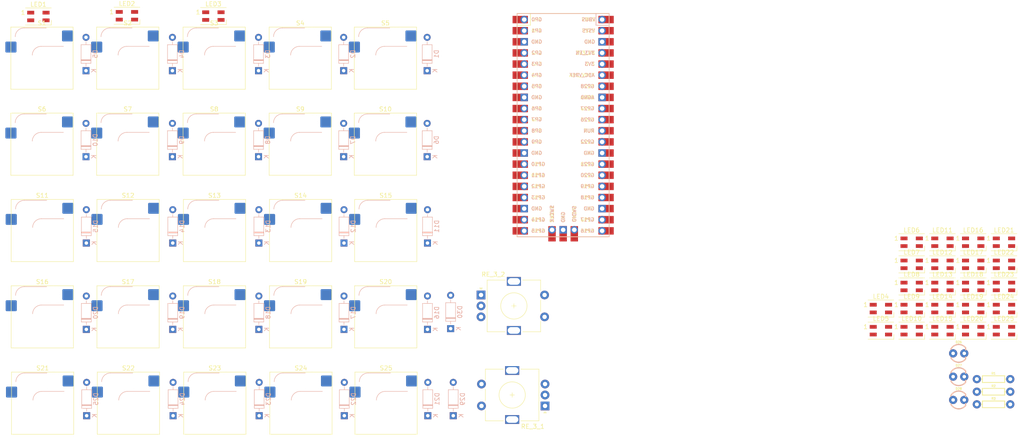
<source format=kicad_pcb>
(kicad_pcb (version 20240108) (generator "pcbnew") (generator_version "8.0")
  (layers (0 "F.Cu" signal) (31 "B.Cu" signal) (34 "B.Paste" user) (35 "F.Paste" user) (36 "B.SilkS" user "B.Silkscreen") (37 "F.SilkS" user "F.Silkscreen") (38 "B.Mask" user) (39 "F.Mask" user) (44 "Edge.Cuts" user))
  (net 0 "")
  (net 1 "Row 2")
  (net 2 "Net-(D1-A)")
  (net 3 "Net-(D2-A)")
  (net 4 "Net-(D3-A)")
  (net 5 "Row 1")
  (net 6 "Net-(D4-A)")
  (net 7 "Net-(D5-A)")
  (net 8 "Net-(D6-A)")
  (net 9 "Row 0")
  (net 10 "Net-(D7-A)")
  (net 11 "Net-(D8-A)")
  (net 12 "Net-(D9-A)")
  (net 13 "Column 0")
  (net 14 "Column 1")
  (net 15 "Column 2")
  (net 16 "Net-(D10-A)")
  (net 17 "Net-(D11-A)")
  (net 18 "Net-(D12-A)")
  (net 19 "Net-(D13-A)")
  (net 20 "Net-(D14-A)")
  (net 21 "Net-(D15-A)")
  (net 22 "Net-(D16-A)")
  (net 23 "Row 3")
  (net 24 "Net-(D17-A)")
  (net 25 "Net-(D18-A)")
  (net 26 "Net-(D19-A)")
  (net 27 "Net-(D20-A)")
  (net 28 "Row 4")
  (net 29 "Net-(D21-A)")
  (net 30 "Net-(D22-A)")
  (net 31 "Net-(D23-A)")
  (net 32 "Net-(D24-A)")
  (net 33 "Net-(D25-A)")
  (net 34 "Column 3")
  (net 35 "Column 4")
  (net 36 "GND")
  (net 37 "Net-(R1-1)")
  (net 38 "Net-(R2-1)")
  (net 39 "Net-(R3-1)")
  (net 40 "Net-(D29-A)")
  (net 41 "Net-(D30-A)")
  (net 42 "Net-(LED1-DOUT)")
  (net 43 "/KEY_LEDS")
  (net 44 "VCC")
  (net 45 "Net-(LED2-DIN)")
  (net 46 "Net-(LED2-DOUT)")
  (net 47 "Net-(LED3-DOUT)")
  (net 48 "Net-(LED4-DOUT)")
  (net 49 "Net-(LED4-DIN)")
  (net 50 "Net-(LED10-DIN)")
  (net 51 "Net-(LED11-DIN)")
  (net 52 "Net-(LED12-DOUT)")
  (net 53 "Net-(LED13-DIN)")
  (net 54 "Net-(LED14-DOUT)")
  (net 55 "Net-(LED10-DOUT)")
  (net 56 "Net-(LED11-DOUT)")
  (net 57 "Net-(LED12-DIN)")
  (net 58 "Net-(LED13-DOUT)")
  (net 59 "Net-(LED14-DIN)")
  (net 60 "Net-(LED15-DOUT)")
  (net 61 "Net-(LED16-DOUT)")
  (net 62 "Net-(LED17-DIN)")
  (net 63 "Net-(LED18-DOUT)")
  (net 64 "Net-(LED19-DIN)")
  (net 65 "Net-(LED20-DOUT)")
  (net 66 "Net-(LED21-DOUT)")
  (net 67 "Net-(LED23-DOUT)")
  (net 69 "/LED2")
  (net 70 "/LED1")
  (net 71 "/LED0")
  (net 72 "/ENCODER0_L0")
  (net 73 "/ENCODER0_L1")
  (net 74 "/ENCODER0_L2")
  (net 75 "/ENCODER0_L3")
  (net 76 "Column 5")
  (footprint "LED_SMD:LED_SK6812MINI_PLCC4_3.5x3.5mm_P1.75mm" (layer "F.Cu") (at 24.812688 15.30625)
    (property "Reference" "LED1" (at 0 -2.75 0) (layer "F.SilkS"))
    (property "Value" "SK6812MINI")
    (fp_text user "1" (at -3.5 -0.875 0) (layer "F.SilkS"))
    (pad "1" smd rect (at -1.75 -0.875) (size 1.6 0.85) (layers "F.Cu" "F.Paste" "F.Mask") (net 44 "VCC"))
    (pad "2" smd rect (at -1.75 0.875) (size 1.6 0.85) (layers "F.Cu" "F.Paste" "F.Mask") (net 42 "Net-(LED1-DOUT)"))
    (pad "3" smd rect (at 1.75 0.875) (size 1.6 0.85) (layers "F.Cu" "F.Paste" "F.Mask") (net 36 "GND"))
    (pad "4" smd rect (at 1.75 -0.875) (size 1.6 0.85) (layers "F.Cu" "F.Paste" "F.Mask") (net 43 "/KEY_LEDS"))
  )
  (footprint "ScottoKeebs_Hotswap:Hotswap_MX_1.00u" (layer "F.Cu") (at 25.63125 44.476546)
    (property "Reference" "S6" (at 0 -8 0) (layer "F.SilkS"))
    (property "Value" "Keyswitch")
    (pad "" np_thru_hole circle (at -5.08 0) (size 1.75 1.75) (drill 1.75) (layers "*.Cu" "*.Mask"))
    (pad "" np_thru_hole circle (at -3.81 -2.54) (size 3.05 3.05) (drill 3.05) (layers "*.Cu" "*.Mask"))
    (pad "" np_thru_hole circle (at 0 0) (size 4 4) (drill 4) (layers "*.Cu" "*.Mask"))
    (pad "" np_thru_hole circle (at 2.54 -5.08) (size 3.05 3.05) (drill 3.05) (layers "*.Cu" "*.Mask"))
    (pad "" np_thru_hole circle (at 5.08 0) (size 1.75 1.75) (drill 1.75) (layers "*.Cu" "*.Mask"))
    (pad "1" smd roundrect (at -7.085 -2.54) (size 2.55 2.5) (layers "B.Cu" "B.Paste" "B.Mask") (roundrect_rratio 0.1) (net 14 "Column 1"))
    (pad "2" smd roundrect (at 5.842 -5.08) (size 2.55 2.5) (layers "B.Cu" "B.Paste" "B.Mask") (roundrect_rratio 0.1) (net 8 "Net-(D6-A)"))
  )
  (footprint "LED_SMD:LED_SK6812MINI_PLCC4_3.5x3.5mm_P1.75mm" (layer "F.Cu") (at 64.73707 15.213868)
    (property "Reference" "LED3" (at 0 -2.75 0) (layer "F.SilkS"))
    (property "Value" "SK6812MINI")
    (fp_text user "1" (at -3.5 -0.875 0) (layer "F.SilkS"))
    (pad "1" smd rect (at -1.75 -0.875) (size 1.6 0.85) (layers "F.Cu" "F.Paste" "F.Mask") (net 44 "VCC"))
    (pad "2" smd rect (at -1.75 0.875) (size 1.6 0.85) (layers "F.Cu" "F.Paste" "F.Mask") (net 47 "Net-(LED3-DOUT)"))
    (pad "3" smd rect (at 1.75 0.875) (size 1.6 0.85) (layers "F.Cu" "F.Paste" "F.Mask") (net 36 "GND"))
    (pad "4" smd rect (at 1.75 -0.875) (size 1.6 0.85) (layers "F.Cu" "F.Paste" "F.Mask") (net 46 "Net-(LED2-DOUT)"))
  )
  (footprint "ScottoKeebs_Hotswap:Hotswap_MX_1.00u" (layer "F.Cu") (at 25.63125 24.83125)
    (property "Reference" "S1" (at 0 -8 0) (layer "F.SilkS"))
    (property "Value" "Keyswitch")
    (pad "" np_thru_hole circle (at -5.08 0) (size 1.75 1.75) (drill 1.75) (layers "*.Cu" "*.Mask"))
    (pad "" np_thru_hole circle (at -3.81 -2.54) (size 3.05 3.05) (drill 3.05) (layers "*.Cu" "*.Mask"))
    (pad "" np_thru_hole circle (at 0 0) (size 4 4) (drill 4) (layers "*.Cu" "*.Mask"))
    (pad "" np_thru_hole circle (at 2.54 -5.08) (size 3.05 3.05) (drill 3.05) (layers "*.Cu" "*.Mask"))
    (pad "" np_thru_hole circle (at 5.08 0) (size 1.75 1.75) (drill 1.75) (layers "*.Cu" "*.Mask"))
    (pad "1" smd roundrect (at -7.085 -2.54) (size 2.55 2.5) (layers "B.Cu" "B.Paste" "B.Mask") (roundrect_rratio 0.1) (net 14 "Column 1"))
    (pad "2" smd roundrect (at 5.842 -5.08) (size 2.55 2.5) (layers "B.Cu" "B.Paste" "B.Mask") (roundrect_rratio 0.1) (net 2 "Net-(D1-A)"))
  )
  (footprint "ScottoKeebs_Hotswap:Hotswap_MX_1.00u" (layer "F.Cu") (at 84.567138 44.476546)
    (property "Reference" "S9" (at 0 -8 0) (layer "F.SilkS"))
    (property "Value" "Keyswitch")
    (pad "" np_thru_hole circle (at -5.08 0) (size 1.75 1.75) (drill 1.75) (layers "*.Cu" "*.Mask"))
    (pad "" np_thru_hole circle (at -3.81 -2.54) (size 3.05 3.05) (drill 3.05) (layers "*.Cu" "*.Mask"))
    (pad "" np_thru_hole circle (at 0 0) (size 4 4) (drill 4) (layers "*.Cu" "*.Mask"))
    (pad "" np_thru_hole circle (at 2.54 -5.08) (size 3.05 3.05) (drill 3.05) (layers "*.Cu" "*.Mask"))
    (pad "" np_thru_hole circle (at 5.08 0) (size 1.75 1.75) (drill 1.75) (layers "*.Cu" "*.Mask"))
    (pad "1" smd roundrect (at -7.085 -2.54) (size 2.55 2.5) (layers "B.Cu" "B.Paste" "B.Mask") (roundrect_rratio 0.1) (net 35 "Column 4"))
    (pad "2" smd roundrect (at 5.842 -5.08) (size 2.55 2.5) (layers "B.Cu" "B.Paste" "B.Mask") (roundrect_rratio 0.1) (net 12 "Net-(D9-A)"))
  )
  (footprint "ScottoKeebs_Hotswap:Hotswap_MX_1.00u" (layer "F.Cu") (at 64.996256 83.915966)
    (property "Reference" "S18" (at 0 -8 0) (layer "F.SilkS"))
    (property "Value" "Keyswitch")
    (pad "" np_thru_hole circle (at -5.08 0) (size 1.75 1.75) (drill 1.75) (layers "*.Cu" "*.Mask"))
    (pad "" np_thru_hole circle (at -3.81 -2.54) (size 3.05 3.05) (drill 3.05) (layers "*.Cu" "*.Mask"))
    (pad "" np_thru_hole circle (at 0 0) (size 4 4) (drill 4) (layers "*.Cu" "*.Mask"))
    (pad "" np_thru_hole circle (at 2.54 -5.08) (size 3.05 3.05) (drill 3.05) (layers "*.Cu" "*.Mask"))
    (pad "" np_thru_hole circle (at 5.08 0) (size 1.75 1.75) (drill 1.75) (layers "*.Cu" "*.Mask"))
    (pad "1" smd roundrect (at -7.085 -2.54) (size 2.55 2.5) (layers "B.Cu" "B.Paste" "B.Mask") (roundrect_rratio 0.1) (net 34 "Column 3"))
    (pad "2" smd roundrect (at 5.842 -5.08) (size 2.55 2.5) (layers "B.Cu" "B.Paste" "B.Mask") (roundrect_rratio 0.1) (net 25 "Net-(D18-A)"))
  )
  (footprint "LED_SMD:LED_SK6812MINI_PLCC4_3.5x3.5mm_P1.75mm" (layer "F.Cu") (at 238.096646 76.97203)
    (property "Reference" "LED18" (at 0 -2.75 0) (layer "F.SilkS"))
    (property "Value" "SK6812MINI")
    (fp_text user "1" (at -3.5 -0.875 0) (layer "F.SilkS"))
    (pad "1" smd rect (at -1.75 -0.875) (size 1.6 0.85) (layers "F.Cu" "F.Paste" "F.Mask") (net 44 "VCC"))
    (pad "2" smd rect (at -1.75 0.875) (size 1.6 0.85) (layers "F.Cu" "F.Paste" "F.Mask") (net 63 "Net-(LED18-DOUT)"))
    (pad "3" smd rect (at 1.75 0.875) (size 1.6 0.85) (layers "F.Cu" "F.Paste" "F.Mask") (net 36 "GND"))
    (pad "4" smd rect (at 1.75 -0.875) (size 1.6 0.85) (layers "F.Cu" "F.Paste" "F.Mask") (net 58 "Net-(LED13-DOUT)"))
  )
  (footprint "dumbpad:AXIAL-0.3" (layer "F.Cu") (at 242.736446 103.89603)
    (property "Reference" "R3" (at 0 -1.016 0) (layer "F.SilkS") (effects (font (size 0.48768 0.48768) (thickness 0.12192)) (justify bottom)))
    (property "Value" "330")
    (pad "P$1" thru_hole circle (at -3.81 0) (size 1.8796 1.8796) (drill 0.9) (layers "*.Cu" "*.Mask") (net 39 "Net-(R3-1)"))
    (pad "P$2" thru_hole circle (at 3.81 0) (size 1.8796 1.8796) (drill 0.9) (layers "*.Cu" "*.Mask") (net 71 "/LED0"))
  )
  (footprint "ScottoKeebs_Hotswap:Hotswap_MX_1.00u" (layer "F.Cu") (at 84.715966 103.635676)
    (property "Reference" "S24" (at 0 -8 0) (layer "F.SilkS"))
    (property "Value" "Keyswitch")
    (pad "" np_thru_hole circle (at -5.08 0) (size 1.75 1.75) (drill 1.75) (layers "*.Cu" "*.Mask"))
    (pad "" np_thru_hole circle (at -3.81 -2.54) (size 3.05 3.05) (drill 3.05) (layers "*.Cu" "*.Mask"))
    (pad "" np_thru_hole circle (at 0 0) (size 4 4) (drill 4) (layers "*.Cu" "*.Mask"))
    (pad "" np_thru_hole circle (at 2.54 -5.08) (size 3.05 3.05) (drill 3.05) (layers "*.Cu" "*.Mask"))
    (pad "" np_thru_hole circle (at 5.08 0) (size 1.75 1.75) (drill 1.75) (layers "*.Cu" "*.Mask"))
    (pad "1" smd roundrect (at -7.085 -2.54) (size 2.55 2.5) (layers "B.Cu" "B.Paste" "B.Mask") (roundrect_rratio 0.1) (net 35 "Column 4"))
    (pad "2" smd roundrect (at 5.842 -5.08) (size 2.55 2.5) (layers "B.Cu" "B.Paste" "B.Mask") (roundrect_rratio 0.1) (net 32 "Net-(D24-A)"))
  )
  (footprint "ScottoKeebs_Hotswap:Hotswap_MX_1.00u" (layer "F.Cu") (at 103.989192 44.476546)
    (property "Reference" "S10" (at 0 -8 0) (layer "F.SilkS"))
    (property "Value" "Keyswitch")
    (pad "" np_thru_hole circle (at -5.08 0) (size 1.75 1.75) (drill 1.75) (layers "*.Cu" "*.Mask"))
    (pad "" np_thru_hole circle (at -3.81 -2.54) (size 3.05 3.05) (drill 3.05) (layers "*.Cu" "*.Mask"))
    (pad "" np_thru_hole circle (at 0 0) (size 4 4) (drill 4) (layers "*.Cu" "*.Mask"))
    (pad "" np_thru_hole circle (at 2.54 -5.08) (size 3.05 3.05) (drill 3.05) (layers "*.Cu" "*.Mask"))
    (pad "" np_thru_hole circle (at 5.08 0) (size 1.75 1.75) (drill 1.75) (layers "*.Cu" "*.Mask"))
    (pad "1" smd roundrect (at -7.085 -2.54) (size 2.55 2.5) (layers "B.Cu" "B.Paste" "B.Mask") (roundrect_rratio 0.1) (net 76 "Column 5"))
    (pad "2" smd roundrect (at 5.842 -5.08) (size 2.55 2.5) (layers "B.Cu" "B.Paste" "B.Mask") (roundrect_rratio 0.1) (net 16 "Net-(D10-A)"))
  )
  (footprint "LED_SMD:LED_SK6812MINI_PLCC4_3.5x3.5mm_P1.75mm" (layer "F.Cu") (at 231.076646 71.92203)
    (property "Reference" "LED12" (at 0 -2.75 0) (layer "F.SilkS"))
    (property "Value" "SK6812MINI")
    (fp_text user "1" (at -3.5 -0.875 0) (layer "F.SilkS"))
    (pad "1" smd rect (at -1.75 -0.875) (size 1.6 0.85) (layers "F.Cu" "F.Paste" "F.Mask") (net 44 "VCC"))
    (pad "2" smd rect (at -1.75 0.875) (size 1.6 0.85) (layers "F.Cu" "F.Paste" "F.Mask") (net 52 "Net-(LED12-DOUT)"))
    (pad "3" smd rect (at 1.75 0.875) (size 1.6 0.85) (layers "F.Cu" "F.Paste" "F.Mask") (net 36 "GND"))
    (pad "4" smd rect (at 1.75 -0.875) (size 1.6 0.85) (layers "F.Cu" "F.Paste" "F.Mask") (net 57 "Net-(LED12-DIN)"))
  )
  (footprint "ScottoKeebs_Hotswap:Hotswap_MX_1.00u" (layer "F.Cu") (at 104.13802 103.635676)
    (property "Reference" "S25" (at 0 -8 0) (layer "F.SilkS"))
    (property "Value" "Keyswitch")
    (pad "" np_thru_hole circle (at -5.08 0) (size 1.75 1.75) (drill 1.75) (layers "*.Cu" "*.Mask"))
    (pad "" np_thru_hole circle (at -3.81 -2.54) (size 3.05 3.05) (drill 3.05) (layers "*.Cu" "*.Mask"))
    (pad "" np_thru_hole circle (at 0 0) (size 4 4) (drill 4) (layers "*.Cu" "*.Mask"))
    (pad "" np_thru_hole circle (at 2.54 -5.08) (size 3.05 3.05) (drill 3.05) (layers "*.Cu" "*.Mask"))
    (pad "" np_thru_hole circle (at 5.08 0) (size 1.75 1.75) (drill 1.75) (layers "*.Cu" "*.Mask"))
    (pad "1" smd roundrect (at -7.085 -2.54) (size 2.55 2.5) (layers "B.Cu" "B.Paste" "B.Mask") (roundrect_rratio 0.1) (net 76 "Column 5"))
    (pad "2" smd roundrect (at 5.842 -5.08) (size 2.55 2.5) (layers "B.Cu" "B.Paste" "B.Mask") (roundrect_rratio 0.1) (net 33 "Net-(D25-A)"))
  )
  (footprint "LED_SMD:LED_SK6812MINI_PLCC4_3.5x3.5mm_P1.75mm" (layer "F.Cu") (at 224.056646 71.92203)
    (property "Reference" "LED7" (at 0 -2.75 0) (layer "F.SilkS"))
    (property "Value" "SK6812MINI")
    (fp_text user "1" (at -3.5 -0.875 0) (layer "F.SilkS"))
    (pad "1" smd rect (at -1.75 -0.875) (size 1.6 0.85) (layers "F.Cu" "F.Paste" "F.Mask") (net 44 "VCC"))
    (pad "2" smd rect (at -1.75 0.875) (size 1.6 0.85) (layers "F.Cu" "F.Paste" "F.Mask") (net 45 "Net-(LED2-DIN)"))
    (pad "3" smd rect (at 1.75 0.875) (size 1.6 0.85) (layers "F.Cu" "F.Paste" "F.Mask") (net 36 "GND"))
    (pad "4" smd rect (at 1.75 -0.875) (size 1.6 0.85) (layers "F.Cu" "F.Paste" "F.Mask") (net 52 "Net-(LED12-DOUT)"))
  )
  (footprint "LED_SMD:LED_SK6812MINI_PLCC4_3.5x3.5mm_P1.75mm" (layer "F.Cu") (at 231.076646 76.97203)
    (property "Reference" "LED13" (at 0 -2.75 0) (layer "F.SilkS"))
    (property "Value" "SK6812MINI")
    (fp_text user "1" (at -3.5 -0.875 0) (layer "F.SilkS"))
    (pad "1" smd rect (at -1.75 -0.875) (size 1.6 0.85) (layers "F.Cu" "F.Paste" "F.Mask") (net 44 "VCC"))
    (pad "2" smd rect (at -1.75 0.875) (size 1.6 0.85) (layers "F.Cu" "F.Paste" "F.Mask") (net 58 "Net-(LED13-DOUT)"))
    (pad "3" smd rect (at 1.75 0.875) (size 1.6 0.85) (layers "F.Cu" "F.Paste" "F.Mask") (net 36 "GND"))
    (pad "4" smd rect (at 1.75 -0.875) (size 1.6 0.85) (layers "F.Cu" "F.Paste" "F.Mask") (net 53 "Net-(LED13-DIN)"))
  )
  (footprint "LED_SMD:LED_SK6812MINI_PLCC4_3.5x3.5mm_P1.75mm" (layer "F.Cu") (at 224.056646 87.07203)
    (property "Reference" "LED10" (at 0 -2.75 0) (layer "F.SilkS"))
    (property "Value" "SK6812MINI")
    (fp_text user "1" (at -3.5 -0.875 0) (layer "F.SilkS"))
    (pad "1" smd rect (at -1.75 -0.875) (size 1.6 0.85) (layers "F.Cu" "F.Paste" "F.Mask") (net 44 "VCC"))
    (pad "2" smd rect (at -1.75 0.875) (size 1.6 0.85) (layers "F.Cu" "F.Paste" "F.Mask") (net 55 "Net-(LED10-DOUT)"))
    (pad "3" smd rect (at 1.75 0.875) (size 1.6 0.85) (layers "F.Cu" "F.Paste" "F.Mask") (net 36 "GND"))
    (pad "4" smd rect (at 1.75 -0.875) (size 1.6 0.85) (layers "F.Cu" "F.Paste" "F.Mask") (net 50 "Net-(LED10-DIN)"))
  )
  (footprint "LED_SMD:LED_SK6812MINI_PLCC4_3.5x3.5mm_P1.75mm" (layer "F.Cu") (at 245.116646 71.92203)
    (property "Reference" "LED22" (at 0 -2.75 0) (layer "F.SilkS"))
    (property "Value" "SK6812MINI")
    (fp_text user "1" (at -3.5 -0.875 0) (layer "F.SilkS"))
    (pad "1" smd rect (at -1.75 -0.875) (size 1.6 0.85) (layers "F.Cu" "F.Paste" "F.Mask") (net 44 "VCC"))
    (pad "2" smd rect (at -1.75 0.875) (size 1.6 0.85) (layers "F.Cu" "F.Paste" "F.Mask") (net 62 "Net-(LED17-DIN)"))
    (pad "3" smd rect (at 1.75 0.875) (size 1.6 0.85) (layers "F.Cu" "F.Paste" "F.Mask") (net 36 "GND"))
    (pad "4" smd rect (at 1.75 -0.875) (size 1.6 0.85) (layers "F.Cu" "F.Paste" "F.Mask") (net 66 "Net-(LED21-DOUT)"))
  )
  (footprint "LED_SMD:LED_SK6812MINI_PLCC4_3.5x3.5mm_P1.75mm" (layer "F.Cu") (at 224.056646 66.87203)
    (property "Reference" "LED6" (at 0 -2.75 0) (layer "F.SilkS"))
    (property "Value" "SK6812MINI")
    (fp_text user "1" (at -3.5 -0.875 0) (layer "F.SilkS"))
    (pad "1" smd rect (at -1.75 -0.875) (size 1.6 0.85) (layers "F.Cu" "F.Paste" "F.Mask") (net 44 "VCC"))
    (pad "2" smd rect (at -1.75 0.875) (size 1.6 0.85) (layers "F.Cu" "F.Paste" "F.Mask") (net 51 "Net-(LED11-DIN)"))
    (pad "3" smd rect (at 1.75 0.875) (size 1.6 0.85) (layers "F.Cu" "F.Paste" "F.Mask") (net 36 "GND"))
    (pad "4" smd rect (at 1.75 -0.875) (size 1.6 0.85) (layers "F.Cu" "F.Paste" "F.Mask") (net 42 "Net-(LED1-DOUT)"))
  )
  (footprint "LED_SMD:LED_SK6812MINI_PLCC4_3.5x3.5mm_P1.75mm" (layer "F.Cu") (at 231.076646 66.87203)
    (property "Reference" "LED11" (at 0 -2.75 0) (layer "F.SilkS"))
    (property "Value" "SK6812MINI")
    (fp_text user "1" (at -3.5 -0.875 0) (layer "F.SilkS"))
    (pad "1" smd rect (at -1.75 -0.875) (size 1.6 0.85) (layers "F.Cu" "F.Paste" "F.Mask") (net 44 "VCC"))
    (pad "2" smd rect (at -1.75 0.875) (size 1.6 0.85) (layers "F.Cu" "F.Paste" "F.Mask") (net 56 "Net-(LED11-DOUT)"))
    (pad "3" smd rect (at 1.75 0.875) (size 1.6 0.85) (layers "F.Cu" "F.Paste" "F.Mask") (net 36 "GND"))
    (pad "4" smd rect (at 1.75 -0.875) (size 1.6 0.85) (layers "F.Cu" "F.Paste" "F.Mask") (net 51 "Net-(LED11-DIN)"))
  )
  (footprint "ScottoKeebs_Hotswap:Hotswap_MX_1.00u" (layer "F.Cu") (at 45.202194 44.476592)
    (property "Reference" "S7" (at 0 -8 0) (layer "F.SilkS"))
    (property "Value" "Keyswitch")
    (pad "" np_thru_hole circle (at -5.08 0) (size 1.75 1.75) (drill 1.75) (layers "*.Cu" "*.Mask"))
    (pad "" np_thru_hole circle (at -3.81 -2.54) (size 3.05 3.05) (drill 3.05) (layers "*.Cu" "*.Mask"))
    (pad "" np_thru_hole circle (at 0 0) (size 4 4) (drill 4) (layers "*.Cu" "*.Mask"))
    (pad "" np_thru_hole circle (at 2.54 -5.08) (size 3.05 3.05) (drill 3.05) (layers "*.Cu" "*.Mask"))
    (pad "" np_thru_hole circle (at 5.08 0) (size 1.75 1.75) (drill 1.75) (layers "*.Cu" "*.Mask"))
    (pad "1" smd roundrect (at -7.085 -2.54) (size 2.55 2.5) (layers "B.Cu" "B.Paste" "B.Mask") (roundrect_rratio 0.1) (net 15 "Column 2"))
    (pad "2" smd roundrect (at 5.842 -5.08) (size 2.55 2.5) (layers "B.Cu" "B.Paste" "B.Mask") (roundrect_rratio 0.1) (net 10 "Net-(D7-A)"))
  )
  (footprint "ScottoKeebs_Hotswap:Hotswap_MX_1.00u" (layer "F.Cu") (at 104.063606 83.915966)
    (property "Reference" "S20" (at 0 -8 0) (layer "F.SilkS"))
    (property "Value" "Keyswitch")
    (pad "" np_thru_hole circle (at -5.08 0) (size 1.75 1.75) (drill 1.75) (layers "*.Cu" "*.Mask"))
    (pad "" np_thru_hole circle (at -3.81 -2.54) (size 3.05 3.05) (drill 3.05) (layers "*.Cu" "*.Mask"))
    (pad "" np_thru_hole circle (at 0 0) (size 4 4) (drill 4) (layers "*.Cu" "*.Mask"))
    (pad "" np_thru_hole circle (at 2.54 -5.08) (size 3.05 3.05) (drill 3.05) (layers "*.Cu" "*.Mask"))
    (pad "" np_thru_hole circle (at 5.08 0) (size 1.75 1.75) (drill 1.75) (layers "*.Cu" "*.Mask"))
    (pad "1" smd roundrect (at -7.085 -2.54) (size 2.55 2.5) (layers "B.Cu" "B.Paste" "B.Mask") (roundrect_rratio 0.1) (net 76 "Column 5"))
    (pad "2" smd roundrect (at 5.842 -5.08) (size 2.55 2.5) (layers "B.Cu" "B.Paste" "B.Mask") (roundrect_rratio 0.1) (net 27 "Net-(D20-A)"))
  )
  (footprint "LED_SMD:LED_SK6812MINI_PLCC4_3.5x3.5mm_P1.75mm" (layer "F.Cu") (at 245.116646 82.02203)
    (property "Reference" "LED24" (at 0 -2.75 0) (layer "F.SilkS"))
    (property "Value" "SK6812MINI")
    (fp_text user "1" (at -3.5 -0.875 0) (layer "F.SilkS"))
    (pad "1" smd rect (at -1.75 -0.875) (size 1.6 0.85) (layers "F.Cu" "F.Paste" "F.Mask") (net 44 "VCC"))
    (pad "2" smd rect (at -1.75 0.875) (size 1.6 0.85) (layers "F.Cu" "F.Paste" "F.Mask") (net 64 "Net-(LED19-DIN)"))
    (pad "3" smd rect (at 1.75 0.875) (size 1.6 0.85) (layers "F.Cu" "F.Paste" "F.Mask") (net 36 "GND"))
    (pad "4" smd rect (at 1.75 -0.875) (size 1.6 0.85) (layers "F.Cu" "F.Paste" "F.Mask") (net 67 "Net-(LED23-DOUT)"))
  )
  (footprint "ScottoKeebs_Hotswap:Hotswap_MX_1.00u" (layer "F.Cu") (at 84.641552 83.915966)
    (property "Reference" "S19" (at 0 -8 0) (layer "F.SilkS"))
    (property "Value" "Keyswitch")
    (pad "" np_thru_hole circle (at -5.08 0) (size 1.75 1.75) (drill 1.75) (layers "*.Cu" "*.Mask"))
    (pad "" np_thru_hole circle (at -3.81 -2.54) (size 3.05 3.05) (drill 3.05) (layers "*.Cu" "*.Mask"))
    (pad "" np_thru_hole circle (at 0 0) (size 4 4) (drill 4) (layers "*.Cu" "*.Mask"))
    (pad "" np_thru_hole circle (at 2.54 -5.08) (size 3.05 3.05) (drill 3.05) (layers "*.Cu" "*.Mask"))
    (pad "" np_thru_hole circle (at 5.08 0) (size 1.75 1.75) (drill 1.75) (layers "*.Cu" "*.Mask"))
    (pad "1" smd roundrect (at -7.085 -2.54) (size 2.55 2.5) (layers "B.Cu" "B.Paste" "B.Mask") (roundrect_rratio 0.1) (net 35 "Column 4"))
    (pad "2" smd roundrect (at 5.842 -5.08) (size 2.55 2.5) (layers "B.Cu" "B.Paste" "B.Mask") (roundrect_rratio 0.1) (net 26 "Net-(D19-A)"))
  )
  (footprint "ScottoKeebs_Hotswap:Hotswap_MX_1.00u" (layer "F.Cu") (at 103.989192 24.83125)
    (property "Reference" "S5" (at 0 -8 0) (layer "F.SilkS"))
    (property "Value" "Keyswitch")
    (pad "" np_thru_hole circle (at -5.08 0) (size 1.75 1.75) (drill 1.75) (layers "*.Cu" "*.Mask"))
    (pad "" np_thru_hole circle (at -3.81 -2.54) (size 3.05 3.05) (drill 3.05) (layers "*.Cu" "*.Mask"))
    (pad "" np_thru_hole circle (at 0 0) (size 4 4) (drill 4) (layers "*.Cu" "*.Mask"))
    (pad "" np_thru_hole circle (at 2.54 -5.08) (size 3.05 3.05) (drill 3.05) (layers "*.Cu" "*.Mask"))
    (pad "" np_thru_hole circle (at 5.08 0) (size 1.75 1.75) (drill 1.75) (layers "*.Cu" "*.Mask"))
    (pad "1" smd roundrect (at -7.085 -2.54) (size 2.55 2.5) (layers "B.Cu" "B.Paste" "B.Mask") (roundrect_rratio 0.1) (net 76 "Column 5"))
    (pad "2" smd roundrect (at 5.842 -5.08) (size 2.55 2.5) (layers "B.Cu" "B.Paste" "B.Mask") (roundrect_rratio 0.1) (net 7 "Net-(D5-A)"))
  )
  (footprint "ScottoKeebs_Hotswap:Hotswap_MX_1.00u" (layer "F.Cu") (at 45.202194 24.831296)
    (property "Reference" "S2" (at 0 -8 0) (layer "F.SilkS"))
    (property "Value" "Keyswitch")
    (pad "" np_thru_hole circle (at -5.08 0) (size 1.75 1.75) (drill 1.75) (layers "*.Cu" "*.Mask"))
    (pad "" np_thru_hole circle (at -3.81 -2.54) (size 3.05 3.05) (drill 3.05) (layers "*.Cu" "*.Mask"))
    (pad "" np_thru_hole circle (at 0 0) (size 4 4) (drill 4) (layers "*.Cu" "*.Mask"))
    (pad "" np_thru_hole circle (at 2.54 -5.08) (size 3.05 3.05) (drill 3.05) (layers "*.Cu" "*.Mask"))
    (pad "" np_thru_hole circle (at 5.08 0) (size 1.75 1.75) (drill 1.75) (layers "*.Cu" "*.Mask"))
    (pad "1" smd roundrect (at -7.085 -2.54) (size 2.55 2.5) (layers "B.Cu" "B.Paste" "B.Mask") (roundrect_rratio 0.1) (net 15 "Column 2"))
    (pad "2" smd roundrect (at 5.842 -5.08) (size 2.55 2.5) (layers "B.Cu" "B.Paste" "B.Mask") (roundrect_rratio 0.1) (net 3 "Net-(D2-A)"))
  )
  (footprint "LED_SMD:LED_SK6812MINI_PLCC4_3.5x3.5mm_P1.75mm" (layer "F.Cu") (at 217.036646 82.02203)
    (property "Reference" "LED4" (at 0 -2.75 0) (layer "F.SilkS"))
    (property "Value" "SK6812MINI")
    (fp_text user "1" (at -3.5 -0.875 0) (layer "F.SilkS"))
    (pad "1" smd rect (at -1.75 -0.875) (size 1.6 0.85) (layers "F.Cu" "F.Paste" "F.Mask") (net 44 "VCC"))
    (pad "2" smd rect (at -1.75 0.875) (size 1.6 0.85) (layers "F.Cu" "F.Paste" "F.Mask") (net 48 "Net-(LED4-DOUT)"))
    (pad "3" smd rect (at 1.75 0.875) (size 1.6 0.85) (layers "F.Cu" "F.Paste" "F.Mask") (net 36 "GND"))
    (pad "4" smd rect (at 1.75 -0.875) (size 1.6 0.85) (layers "F.Cu" "F.Paste" "F.Mask") (net 49 "Net-(LED4-DIN)"))
  )
  (footprint "LED_SMD:LED_SK6812MINI_PLCC4_3.5x3.5mm_P1.75mm" (layer "F.Cu") (at 231.076646 87.07203)
    (property "Reference" "LED15" (at 0 -2.75 0) (layer "F.SilkS"))
    (property "Value" "SK6812MINI")
    (fp_text user "1" (at -3.5 -0.875 0) (layer "F.SilkS"))
    (pad "1" smd rect (at -1.75 -0.875) (size 1.6 0.85) (layers "F.Cu" "F.Paste" "F.Mask") (net 44 "VCC"))
    (pad "2" smd rect (at -1.75 0.875) (size 1.6 0.85) (layers "F.Cu" "F.Paste" "F.Mask") (net 60 "Net-(LED15-DOUT)"))
    (pad "3" smd rect (at 1.75 0.875) (size 1.6 0.85) (layers "F.Cu" "F.Paste" "F.Mask") (net 36 "GND"))
    (pad "4" smd rect (at 1.75 -0.875) (size 1.6 0.85) (layers "F.Cu" "F.Paste" "F.Mask") (net 55 "Net-(LED10-DOUT)"))
  )
  (footprint "ScottoKeebs_Hotswap:Hotswap_MX_1.00u" (layer "F.Cu") (at 25.780078 103.635676)
    (property "Reference" "S21" (at 0 -8 0) (layer "F.SilkS"))
    (property "Value" "Keyswitch")
    (pad "" np_thru_hole circle (at -5.08 0) (size 1.75 1.75) (drill 1.75) (layers "*.Cu" "*.Mask"))
    (pad "" np_thru_hole circle (at -3.81 -2.54) (size 3.05 3.05) (drill 3.05) (layers "*.Cu" "*.Mask"))
    (pad "" np_thru_hole circle (at 0 0) (size 4 4) (drill 4) (layers "*.Cu" "*.Mask"))
    (pad "" np_thru_hole circle (at 2.54 -5.08) (size 3.05 3.05) (drill 3.05) (layers "*.Cu" "*.Mask"))
    (pad "" np_thru_hole circle (at 5.08 0) (size 1.75 1.75) (drill 1.75) (layers "*.Cu" "*.Mask"))
    (pad "1" smd roundrect (at -7.085 -2.54) (size 2.55 2.5) (layers "B.Cu" "B.Paste" "B.Mask") (roundrect_rratio 0.1) (net 14 "Column 1"))
    (pad "2" smd roundrect (at 5.842 -5.08) (size 2.55 2.5) (layers "B.Cu" "B.Paste" "B.Mask") (roundrect_rratio 0.1) (net 29 "Net-(D21-A)"))
  )
  (footprint "ScottoKeebs_Hotswap:Hotswap_MX_1.00u" (layer "F.Cu") (at 64.921842 24.83125)
    (property "Reference" "S3" (at 0 -8 0) (layer "F.SilkS"))
    (property "Value" "Keyswitch")
    (pad "" np_thru_hole circle (at -5.08 0) (size 1.75 1.75) (drill 1.75) (layers "*.Cu" "*.Mask"))
    (pad "" np_thru_hole circle (at -3.81 -2.54) (size 3.05 3.05) (drill 3.05) (layers "*.Cu" "*.Mask"))
    (pad "" np_thru_hole circle (at 0 0) (size 4 4) (drill 4) (layers "*.Cu" "*.Mask"))
    (pad "" np_thru_hole circle (at 2.54 -5.08) (size 3.05 3.05) (drill 3.05) (layers "*.Cu" "*.Mask"))
    (pad "" np_thru_hole circle (at 5.08 0) (size 1.75 1.75) (drill 1.75) (layers "*.Cu" "*.Mask"))
    (pad "1" smd roundrect (at -7.085 -2.54) (size 2.55 2.5) (layers "B.Cu" "B.Paste" "B.Mask") (roundrect_rratio 0.1) (net 34 "Column 3"))
    (pad "2" smd roundrect (at 5.842 -5.08) (size 2.55 2.5) (layers "B.Cu" "B.Paste" "B.Mask") (roundrect_rratio 0.1) (net 4 "Net-(D3-A)"))
  )
  (footprint "LED_SMD:LED_SK6812MINI_PLCC4_3.5x3.5mm_P1.75mm" (layer "F.Cu") (at 224.056646 82.02203)
    (property "Reference" "LED9" (at 0 -2.75 0) (layer "F.SilkS"))
    (property "Value" "SK6812MINI")
    (fp_text user "1" (at -3.5 -0.875 0) (layer "F.SilkS"))
    (pad "1" smd rect (at -1.75 -0.875) (size 1.6 0.85) (layers "F.Cu" "F.Paste" "F.Mask") (net 44 "VCC"))
    (pad "2" smd rect (at -1.75 0.875) (size 1.6 0.85) (layers "F.Cu" "F.Paste" "F.Mask") (net 49 "Net-(LED4-DIN)"))
    (pad "3" smd rect (at 1.75 0.875) (size 1.6 0.85) (layers "F.Cu" "F.Paste" "F.Mask") (net 36 "GND"))
    (pad "4" smd rect (at 1.75 -0.875) (size 1.6 0.85) (layers "F.Cu" "F.Paste" "F.Mask") (net 54 "Net-(LED14-DOUT)"))
  )
  (footprint "ScottoKeebs_Hotswap:Hotswap_MX_1.00u" (layer "F.Cu") (at 45.276608 64.196302)
    (property "Reference" "S12" (at 0 -8 0) (layer "F.SilkS"))
    (property "Value" "Keyswitch")
    (pad "" np_thru_hole circle (at -5.08 0) (size 1.75 1.75) (drill 1.75) (layers "*.Cu" "*.Mask"))
    (pad "" np_thru_hole circle (at -3.81 -2.54) (size 3.05 3.05) (drill 3.05) (layers "*.Cu" "*.Mask"))
    (pad "" np_thru_hole circle (at 0 0) (size 4 4) (drill 4) (layers "*.Cu" "*.Mask"))
    (pad "" np_thru_hole circle (at 2.54 -5.08) (size 3.05 3.05) (drill 3.05) (layers "*.Cu" "*.Mask"))
    (pad "" np_thru_hole circle (at 5.08 0) (size 1.75 1.75) (drill 1.75) (layers "*.Cu" "*.Mask"))
    (pad "1" smd roundrect (at -7.085 -2.54) (size 2.55 2.5) (layers "B.Cu" "B.Paste" "B.Mask") (roundrect_rratio 0.1) (net 15 "Column 2"))
    (pad "2" smd roundrect (at 5.842 -5.08) (size 2.55 2.5) (layers "B.Cu" "B.Paste" "B.Mask") (roundrect_rratio 0.1) (net 18 "Net-(D12-A)"))
  )
  (footprint "ScottoKeebs_Hotswap:Hotswap_MX_1.00u" (layer "F.Cu") (at 25.705664 83.915966)
    (property "Reference" "S16" (at 0 -8 0) (layer "F.SilkS"))
    (property "Value" "Keyswitch")
    (pad "" np_thru_hole circle (at -5.08 0) (size 1.75 1.75) (drill 1.75) (layers "*.Cu" "*.Mask"))
    (pad "" np_thru_hole circle (at -3.81 -2.54) (size 3.05 3.05) (drill 3.05) (layers "*.Cu" "*.Mask"))
    (pad "" np_thru_hole circle (at 0 0) (size 4 4) (drill 4) (layers "*.Cu" "*.Mask"))
    (pad "" np_thru_hole circle (at 2.54 -5.08) (size 3.05 3.05) (drill 3.05) (layers "*.Cu" "*.Mask"))
    (pad "" np_thru_hole circle (at 5.08 0) (size 1.75 1.75) (drill 1.75) (layers "*.Cu" "*.Mask"))
    (pad "1" smd roundrect (at -7.085 -2.54) (size 2.55 2.5) (layers "B.Cu" "B.Paste" "B.Mask") (roundrect_rratio 0.1) (net 14 "Column 1"))
    (pad "2" smd roundrect (at 5.842 -5.08) (size 2.55 2.5) (layers "B.Cu" "B.Paste" "B.Mask") (roundrect_rratio 0.1) (net 22 "Net-(D16-A)"))
  )
  (footprint "ScottoKeebs_Hotswap:Hotswap_MX_1.00u" (layer "F.Cu") (at 65.07067 103.635676)
    (property "Reference" "S23" (at 0 -8 0) (layer "F.SilkS"))
    (property "Value" "Keyswitch")
    (pad "" np_thru_hole circle (at -5.08 0) (size 1.75 1.75) (drill 1.75) (layers "*.Cu" "*.Mask"))
    (pad "" np_thru_hole circle (at -3.81 -2.54) (size 3.05 3.05) (drill 3.05) (layers "*.Cu" "*.Mask"))
    (pad "" np_thru_hole circle (at 0 0) (size 4 4) (drill 4) (layers "*.Cu" "*.Mask"))
    (pad "" np_thru_hole circle (at 2.54 -5.08) (size 3.05 3.05) (drill 3.05) (layers "*.Cu" "*.Mask"))
    (pad "" np_thru_hole circle (at 5.08 0) (size 1.75 1.75) (drill 1.75) (layers "*.Cu" "*.Mask"))
    (pad "1" smd roundrect (at -7.085 -2.54) (size 2.55 2.5) (layers "B.Cu" "B.Paste" "B.Mask") (roundrect_rratio 0.1) (net 34 "Column 3"))
    (pad "2" smd roundrect (at 5.842 -5.08) (size 2.55 2.5) (layers "B.Cu" "B.Paste" "B.Mask") (roundrect_rratio 0.1) (net 31 "Net-(D23-A)"))
  )
  (footprint "ScottoKeebs_Hotswap:Hotswap_MX_1.00u" (layer "F.Cu") (at 104.063606 64.196256)
    (property "Reference" "S15" (at 0 -8 0) (layer "F.SilkS"))
    (property "Value" "Keyswitch")
    (pad "" np_thru_hole circle (at -5.08 0) (size 1.75 1.75) (drill 1.75) (layers "*.Cu" "*.Mask"))
    (pad "" np_thru_hole circle (at -3.81 -2.54) (size 3.05 3.05) (drill 3.05) (layers "*.Cu" "*.Mask"))
    (pad "" np_thru_hole circle (at 0 0) (size 4 4) (drill 4) (layers "*.Cu" "*.Mask"))
    (pad "" np_thru_hole circle (at 2.54 -5.08) (size 3.05 3.05) (drill 3.05) (layers "*.Cu" "*.Mask"))
    (pad "" np_thru_hole circle (at 5.08 0) (size 1.75 1.75) (drill 1.75) (layers "*.Cu" "*.Mask"))
    (pad "1" smd roundrect (at -7.085 -2.54) (size 2.55 2.5) (layers "B.Cu" "B.Paste" "B.Mask") (roundrect_rratio 0.1) (net 76 "Column 5"))
    (pad "2" smd roundrect (at 5.842 -5.08) (size 2.55 2.5) (layers "B.Cu" "B.Paste" "B.Mask") (roundrect_rratio 0.1) (net 21 "Net-(D15-A)"))
  )
  (footprint "LED_SMD:LED_SK6812MINI_PLCC4_3.5x3.5mm_P1.75mm" (layer "F.Cu") (at 217.036646 87.07203)
    (property "Reference" "LED5" (at 0 -2.75 0) (layer "F.SilkS"))
    (property "Value" "SK6812MINI")
    (fp_text user "1" (at -3.5 -0.875 0) (layer "F.SilkS"))
    (pad "1" smd rect (at -1.75 -0.875) (size 1.6 0.85) (layers "F.Cu" "F.Paste" "F.Mask") (net 44 "VCC"))
    (pad "2" smd rect (at -1.75 0.875) (size 1.6 0.85) (layers "F.Cu" "F.Paste" "F.Mask") (net 50 "Net-(LED10-DIN)"))
    (pad "3" smd rect (at 1.75 0.875) (size 1.6 0.85) (layers "F.Cu" "F.Paste" "F.Mask") (net 36 "GND"))
    (pad "4" smd rect (at 1.75 -0.875) (size 1.6 0.85) (layers "F.Cu" "F.Paste" "F.Mask") (net 48 "Net-(LED4-DOUT)"))
  )
  (footprint "LED_SMD:LED_SK6812MINI_PLCC4_3.5x3.5mm_P1.75mm" (layer "F.Cu") (at 245.116646 66.87203)
    (property "Reference" "LED21" (at 0 -2.75 0) (layer "F.SilkS"))
    (property "Value" "SK6812MINI")
    (fp_text user "1" (at -3.5 -0.875 0) (layer "F.SilkS"))
    (pad "1" smd rect (at -1.75 -0.875) (size 1.6 0.85) (layers "F.Cu" "F.Paste" "F.Mask") (net 44 "VCC"))
    (pad "2" smd rect (at -1.75 0.875) (size 1.6 0.85) (layers "F.Cu" "F.Paste" "F.Mask") (net 66 "Net-(LED21-DOUT)"))
    (pad "3" smd rect (at 1.75 0.875) (size 1.6 0.85) (layers "F.Cu" "F.Paste" "F.Mask") (net 36 "GND"))
    (pad "4" smd rect (at 1.75 -0.875) (size 1.6 0.85) (layers "F.Cu" "F.Paste" "F.Mask") (net 61 "Net-(LED16-DOUT)"))
  )
  (footprint "LED_SMD:LED_SK6812MINI_PLCC4_3.5x3.5mm_P1.75mm" (layer "F.Cu") (at 245.116646 76.97203)
    (property "Reference" "LED23" (at 0 -2.75 0) (layer "F.SilkS"))
    (property "Value" "SK6812MINI")
    (fp_text user "1" (at -3.5 -0.875 0) (layer "F.SilkS"))
    (pad "1" smd rect (at -1.75 -0.875) (size 1.6 0.85) (layers "F.Cu" "F.Paste" "F.Mask") (net 44 "VCC"))
    (pad "2" smd rect (at -1.75 0.875) (size 1.6 0.85) (layers "F.Cu" "F.Paste" "F.Mask") (net 67 "Net-(LED23-DOUT)"))
    (pad "3" smd rect (at 1.75 0.875) (size 1.6 0.85) (layers "F.Cu" "F.Paste" "F.Mask") (net 36 "GND"))
    (pad "4" smd rect (at 1.75 -0.875) (size 1.6 0.85) (layers "F.Cu" "F.Paste" "F.Mask") (net 63 "Net-(LED18-DOUT)"))
  )
  (footprint "dumbpad:AXIAL-0.3" (layer "F.Cu") (at 242.736446 101.01643)
    (property "Reference" "R2" (at 0 -1.016 0) (layer "F.SilkS") (effects (font (size 0.48768 0.48768) (thickness 0.12192)) (justify bottom)))
    (property "Value" "330")
    (pad "P$1" thru_hole circle (at -3.81 0) (size 1.8796 1.8796) (drill 0.9) (layers "*.Cu" "*.Mask") (net 38 "Net-(R2-1)"))
    (pad "P$2" thru_hole circle (at 3.81 0) (size 1.8796 1.8796) (drill 0.9) (layers "*.Cu" "*.Mask") (net 70 "/LED1"))
  )
  (footprint "LED_SMD:LED_SK6812MINI_PLCC4_3.5x3.5mm_P1.75mm" (layer "F.Cu") (at 238.096646 66.87203)
    (property "Reference" "LED16" (at 0 -2.75 0) (layer "F.SilkS"))
    (property "Value" "SK6812MINI")
    (fp_text user "1" (at -3.5 -0.875 0) (layer "F.SilkS"))
    (pad "1" smd rect (at -1.75 -0.875) (size 1.6 0.85) (layers "F.Cu" "F.Paste" "F.Mask") (net 44 "VCC"))
    (pad "2" smd rect (at -1.75 0.875) (size 1.6 0.85) (layers "F.Cu" "F.Paste" "F.Mask") (net 61 "Net-(LED16-DOUT)"))
    (pad "3" smd rect (at 1.75 0.875) (size 1.6 0.85) (layers "F.Cu" "F.Paste" "F.Mask") (net 36 "GND"))
    (pad "4" smd rect (at 1.75 -0.875) (size 1.6 0.85) (layers "F.Cu" "F.Paste" "F.Mask") (net 56 "Net-(LED11-DOUT)"))
  )
  (footprint "Rotary_Encoder:RotaryEncoder_Alps_EC11E-Switch_Vertical_H20mm" (layer "F.Cu") (at 140.410462 104.26165 180)
    (property "Reference" "RE_3_1" (at 2.8 -4.7 180) (layer "F.SilkS"))
    (property "Value" "CHERRY-MX-ENCODER1")
    (pad "A" thru_hole rect (at 0 0 180) (size 2 2) (drill 1) (layers "*.Cu" "*.Mask") (net 73 "/ENCODER0_L1"))
    (pad "B" thru_hole circle (at 0 5 180) (size 2 2) (drill 1) (layers "*.Cu" "*.Mask") (net 72 "/ENCODER0_L0"))
    (pad "C" thru_hole circle (at 0 2.5 180) (size 2 2) (drill 1) (layers "*.Cu" "*.Mask") (net 36 "GND"))
    (pad "MP" thru_hole rect (at 7.5 -3.1 180) (size 3.2 2) (drill oval 2.8 1.5) (layers "*.Cu" "*.Mask"))
    (pad "MP" thru_hole rect (at 7.5 8.1 180) (size 3.2 2) (drill oval 2.8 1.5) (layers "*.Cu" "*.Mask"))
    (pad "S1" thru_hole circle (at 14.5 5 180) (size 2 2) (drill 1) (layers "*.Cu" "*.Mask") (net 13 "Column 0"))
    (pad "S2" thru_hole circle (at 14.5 0 180) (size 2 2) (drill 1) (layers "*.Cu" "*.Mask") (net 40 "Net-(D29-A)"))
  )
  (footprint "ScottoKeebs_MCU:Raspberry_Pi_Pico" (layer "F.Cu") (at 144.544876 40.138814)
    (property "Reference" "U2" (hide yes))
    (property "Value" "Raspberry_Pi_Pico" (hide yes))
    (fp_text user "GP18" (at 5.54 16.51 0) (layer "B.SilkS") (effects (font (size 0.8 0.8)) (justify mirror)))
    (fp_text user "GP16" (at 5.54 24.13 0) (layer "B.SilkS") (effects (font (size 0.8 0.8)) (justify mirror)))
    (fp_text user "GND" (at 5.89 6.35 0) (layer "B.SilkS") (effects (font (size 0.8 0.8)) (justify mirror)))
    (fp_text user "GND" (at -6.04 -6.35 0) (layer "B.SilkS") (effects (font (size 0.8 0.8)) (justify mirror)))
    (fp_text user "GP28" (at 5.54 -8.89 0) (layer "B.SilkS") (effects (font (size 0.8 0.8)) (justify mirror)))
    (fp_text user "VSYS" (at 5.79 -21.59 0) (layer "B.SilkS") (effects (font (size 0.8 0.8)) (justify mirror)))
    (fp_text user "ADC_VREF" (at 4.29 -11.43 0) (layer "B.SilkS") (effects (font (size 0.8 0.8)) (justify mirror)))
    (fp_text user "GP2" (at -6.04 -16.51 0) (layer "B.SilkS") (effects (font (size 0.8 0.8)) (justify mirror)))
    (fp_text user "GP6" (at -6.04 -3.81 0) (layer "B.SilkS") (effects (font (size 0.8 0.8)) (justify mirror)))
    (fp_text user "GND" (at 0 21 -90) (layer "B.SilkS") (effects (font (size 0.8 0.8)) (justify mirror)))
    (fp_text user "RUN" (at 5.89 1.27 0) (layer "B.SilkS") (effects (font (size 0.8 0.8)) (justify mirror)))
    (fp_text user "GP8" (at -6.04 1.27 0) (layer "B.SilkS") (effects (font (size 0.8 0.8)) (justify mirror)))
    (fp_text user "GP3" (at -6.04 -13.97 0) (layer "B.SilkS") (effects (font (size 0.8 0.8)) (justify mirror)))
    (fp_text user "GP1" (at -6.04 -21.6 0) (layer "B.SilkS") (effects (font (size 0.8 0.8)) (justify mirror)))
    (fp_text user "GP11" (at -5.69 11.43 0) (layer "B.SilkS") (effects (font (size 0.8 0.8)) (justify mirror)))
    (fp_text user "GND" (at 5.89 19.05 0) (layer "B.SilkS") (effects (font (size 0.8 0.8)) (justify mirror)))
    (fp_text user "GP7" (at -6.04 -1.3 0) (layer "B.SilkS") (effects (font (size 0.8 0.8)) (justify mirror)))
    (fp_text user "GP14" (at -5.69 21.59 0) (layer "B.SilkS") (effects (font (size 0.8 0.8)) (justify mirror)))
    (fp_text user "GP21" (at 5.54 8.9 0) (layer "B.SilkS") (effects (font (size 0.8 0.8)) (justify mirror)))
    (fp_text user "GND" (at -6.04 19.05 0) (layer "B.SilkS") (effects (font (size 0.8 0.8)) (justify mirror)))
    (fp_text user "3V3_EN" (at 5.04 -16.51 0) (layer "B.SilkS") (effects (font (size 0.8 0.8)) (justify mirror)))
    (fp_text user "AGND" (at 5.54 -6.35 0) (layer "B.SilkS") (effects (font (size 0.8 0.8)) (justify mirror)))
    (fp_text user "GP27" (at 5.54 -3.8 0) (layer "B.SilkS") (effects (font (size 0.8 0.8)) (justify mirror)))
    (fp_text user "GP22" (at 5.54 3.81 0) (layer "B.SilkS") (effects (font (size 0.8 0.8)) (justify mirror)))
    (fp_text user "GP0" (at -6.04 -24.13 0) (layer "B.SilkS") (effects (font (size 0.8 0.8)) (justify mirror)))
    (fp_text user "GP17" (at 5.54 21.59 0) (layer "B.SilkS") (effects (font (size 0.8 0.8)) (justify mirror)))
    (fp_text user "SWDIO" (at 2.54 20.25 -90) (layer "B.SilkS") (effects (font (size 0.8 0.8)) (justify mirror)))
    (fp_text user "GP13" (at -5.69 16.51 0) (layer "B.SilkS") (effects (font (size 0.8 0.8)) (justify mirror)))
    (fp_text user "GP4" (at -6.04 -11.43 0) (layer "B.SilkS") (effects (font (size 0.8 0.8)) (justify mirror)))
    (fp_text user "GP9" (at -6.04 3.81 0) (layer "B.SilkS") (effects (font (size 0.8 0.8)) (justify mirror)))
    (fp_text user "GP10" (at -5.69 8.89 0) (layer "B.SilkS") (effects (font (size 0.8 0.8)) (justify mirror)))
    (fp_text user "GND" (at 6.04 -19.05 0) (layer "B.SilkS") (effects (font (size 0.8 0.8)) (justify mirror)))
    (fp_text user "GP12" (at -5.69 13.97 0) (layer "B.SilkS") (effects (font (size 0.8 0.8)) (justify mirror)))
    (fp_text user "GP5" (at -6.04 -8.89 0) (layer "B.SilkS") (effects (font (size 0.8 0.8)) (justify mirror)))
    (fp_text user "SWCLK" (at -2.54 20.25 -90) (layer "B.SilkS") (effects (font (size 0.8 0.8)) (justify mirror)))
    (fp_text user "GND" (at -6.04 -19.05 0) (layer "B.SilkS") (effects (font (size 0.8 0.8)) (justify mirror)))
    (fp_text user "3V3" (at 6.04 -13.97 0) (layer "B.SilkS") (effects (font (size 0.8 0.8)) (justify mirror)))
    (fp_text user "GP20" (at 5.54 11.43 0) (layer "B.SilkS") (effects (font (size 0.8 0.8)) (justify mirror)))
    (fp_text user "GP15" (at -5.69 24.13 0) (layer "B.SilkS") (effects (font (size 0.8 0.8)) (justify mirror)))
    (fp_text user "GND" (at -6.04 6.35 0) (layer "B.SilkS") (effects (font (size 0.8 0.8)) (justify mirror)))
    (fp_text user "VBUS" (at 5.79 -24.13 0) (layer "B.SilkS") (effects (font (size 0.8 0.8)) (justify mirror)))
    (fp_text user "GP26" (at 5.54 -1.27 0) (layer "B.SilkS") (effects (font (size 0.8 0.8)) (justify mirror)))
    (fp_text user "GP19" (at 5.54 13.97 0) (layer "B.SilkS") (effects (font (size 0.8 0.8)) (justify mirror)))
    (fp_text user "GP27" (at 5.54 -3.8 0) (layer "F.SilkS") (effects (font (size 0.8 0.8))))
    (fp_text user "GP26" (at 5.54 -1.27 0) (layer "F.SilkS") (effects (font (size 0.8 0.8))))
    (fp_text user "GP5" (at -6.04 -8.89 0) (layer "F.SilkS") (effects (font (size 0.8 0.8))))
    (fp_text user "GND" (at -6.04 6.35 0) (layer "F.SilkS") (effects (font (size 0.8 0.8))))
    (fp_text user "GP8" (at -6.04 1.27 0) (layer "F.SilkS") (effects (font (size 0.8 0.8))))
    (fp_text user "GP19" (at 5.54 13.97 0) (layer "F.SilkS") (effects (font (size 0.8 0.8))))
    (fp_text user "GND" (at -6.04 -6.35 0) (layer "F.SilkS") (effects (font (size 0.8 0.8))))
    (fp_text user "GND" (at 5.89 6.35 0) (layer "F.SilkS") (effects (font (size 0.8 0.8))))
    (fp_text user "GP16" (at 5.54 24.13 0) (layer "F.SilkS") (effects (font (size 0.8 0.8))))
    (fp_text user "SWDIO" (at 2.54 20.25 90) (layer "F.SilkS") (effects (font (size 0.8 0.8))))
    (fp_text user "GP7" (at -6.04 -1.3 0) (layer "F.SilkS") (effects (font (size 0.8 0.8))))
    (fp_text user "GP6" (at -6.04 -3.81 0) (layer "F.SilkS") (effects (font (size 0.8 0.8))))
    (fp_text user "GP21" (at 5.54 8.9 0) (layer "F.SilkS") (effects (font (size 0.8 0.8))))
    (fp_text user "3V3" (at 6.04 -13.97 0) (layer "F.SilkS") (effects (font (size 0.8 0.8))))
    (fp_text user "3V3_EN" (at 5.04 -16.51 0) (layer "F.SilkS") (effects (font (size 0.8 0.8))))
    (fp_text user "GP13" (at -5.69 16.51 0) (layer "F.SilkS") (effects (font (size 0.8 0.8))))
    (fp_text user "GP4" (at -6.04 -11.43 0) (layer "F.SilkS") (effects (font (size 0.8 0.8))))
    (fp_text user "GP9" (at -6.04 3.81 0) (layer "F.SilkS") (effects (font (size 0.8 0.8))))
    (fp_text user "GND" (at 6.04 -19.05 0) (layer "F.SilkS") (effects (font (size 0.8 0.8))))
    (fp_text user "GP12" (at -5.69 13.97 0) (layer "F.SilkS") (effects (font (size 0.8 0.8))))
    (fp_text user "VSYS" (at 5.79 -21.59 0) (layer "F.SilkS") (effects (font (size 0.8 0.8))))
    (fp_text user "GP22" (at 5.54 3.81 0) (layer "F.SilkS") (effects (font (size 0.8 0.8))))
    (fp_text user "GP15" (at -5.69 24.13 0) (layer "F.SilkS") (effects (font (size 0.8 0.8))))
    (fp_text user "GP2" (at -6.04 -16.51 0) (layer "F.SilkS") (effects (font (size 0.8 0.8))))
    (fp_text user "GP18" (at 5.54 16.51 0) (layer "F.SilkS") (effects (font (size 0.8 0.8))))
    (fp_text user "GP14" (at -5.69 21.59 0) (layer "F.SilkS") (effects (font (size 0.8 0.8))))
    (fp_text user "ADC_VREF" (at 4.29 -11.43 0) (layer "F.SilkS") (effects (font (size 0.8 0.8))))
    (fp_text user "SWCLK" (at -2.54 20.25 90) (layer "F.SilkS") (effects (font (size 0.8 0.8))))
    (fp_text user "GND" (at -6.04 19.05 0) (layer "F.SilkS") (effects (font (size 0.8 0.8))))
    (fp_text user "GP10" (at -5.69 8.89 0) (layer "F.SilkS") (effects (font (size 0.8 0.8))))
    (fp_text user "GP20" (at 5.54 11.43 0) (layer "F.SilkS") (effects (font (size 0.8 0.8))))
    (fp_text user "GND" (at -6.04 -19.05 0) (layer "F.SilkS") (effects (font (size 0.8 0.8))))
    (fp_text user "RUN" (at 5.89 1.27 0) (layer "F.SilkS") (effects (font (size 0.8 0.8))))
    (fp_text user "GP11" (at -5.69 11.43 0) (layer "F.SilkS") (effects (font (size 0.8 0.8))))
    (fp_text user "AGND" (at 5.54 -6.35 0) (layer "F.SilkS") (effects (font (size 0.8 0.8))))
    (fp_text user "GP1" (at -6.04 -21.6 0) (layer "F.SilkS") (effects (font (size 0.8 0.8))))
    (fp_text user "GP28" (at 5.54 -8.89 0) (layer "F.SilkS") (effects (font (size 0.8 0.8))))
    (fp_text user "GP3" (at -6.04 -13.97 0) (layer "F.SilkS") (effects (font (size 0.8 0.8))))
    (fp_text user "VBUS" (at 5.79 -24.13 0) (layer "F.SilkS") (effects (font (size 0.8 0.8))))
    (fp_text user "GP0" (at -6.04 -24.13 0) (layer "F.SilkS") (effects (font (size 0.8 0.8))))
    (fp_text user "GND" (at 0 21 90) (layer "F.SilkS") (effects (font (size 0.8 0.8))))
    (fp_text user "GND" (at 5.89 19.05 0) (layer "F.SilkS") (effects (font (size 0.8 0.8))))
    (fp_text user "GP17" (at 5.54 21.59 0) (layer "F.SilkS") (effects (font (size 0.8 0.8))))
    (pad "1" thru_hole oval (at -8.89 -24.13) (size 1.7 1.7) (drill 1.02) (layers "*.Cu" "*.Mask"))
    (pad "1" smd rect (at -8.89 -24.13) (size 3.5 1.7) (drill (offset -0.9 0)) (layers "F.Cu" "F.Mask"))
    (pad "2" thru_hole oval (at -8.89 -21.59) (size 1.7 1.7) (drill 1.02) (layers "*.Cu" "*.Mask"))
    (pad "2" smd rect (at -8.89 -21.59) (size 3.5 1.7) (drill (offset -0.9 0)) (layers "F.Cu" "F.Mask"))
    (pad "3" thru_hole rect (at -8.89 -19.05) (size 1.7 1.7) (drill 1.02) (layers "*.Cu" "*.Mask") (net 36 "GND"))
    (pad "3" smd rect (at -8.89 -19.05) (size 3.5 1.7) (drill (offset -0.9 0)) (layers "F.Cu" "F.Mask") (net 36 "GND"))
    (pad "4" thru_hole oval (at -8.89 -16.51) (size 1.7 1.7) (drill 1.02) (layers "*.Cu" "*.Mask"))
    (pad "4" smd rect (at -8.89 -16.51) (size 3.5 1.7) (drill (offset -0.9 0)) (layers "F.Cu" "F.Mask"))
    (pad "5" thru_hole oval (at -8.89 -13.97) (size 1.7 1.7) (drill 1.02) (layers "*.Cu" "*.Mask"))
    (pad "5" smd rect (at -8.89 -13.97) (size 3.5 1.7) (drill (offset -0.9 0)) (layers "F.Cu" "F.Mask"))
    (pad "6" thru_hole oval (at -8.89 -11.43) (size 1.7 1.7) (drill 1.02) (layers "*.Cu" "*.Mask"))
    (pad "6" smd rect (at -8.89 -11.43) (size 3.5 1.7) (drill (offset -0.9 0)) (layers "F.Cu" "F.Mask"))
    (pad "7" thru_hole oval (at -8.89 -8.89) (size 1.7 1.7) (drill 1.02) (layers "*.Cu" "*.Mask") (net 43 "/KEY_LEDS"))
    (pad "7" smd rect (at -8.89 -8.89) (size 3.5 1.7) (drill (offset -0.9 0)) (layers "F.Cu" "F.Mask") (net 43 "/KEY_LEDS"))
    (pad "8" thru_hole rect (at -8.89 -6.35) (size 1.7 1.7) (drill 1.02) (layers "*.Cu" "*.Mask"))
    (pad "8" smd rect (at -8.89 -6.35) (size 3.5 1.7) (drill (offset -0.9 0)) (layers "F.Cu" "F.Mask"))
    (pad "9" thru_hole oval (at -8.89 -3.81) (size 1.7 1.7) (drill 1.02) (layers "*.Cu" "*.Mask") (net 73 "/ENCODER0_L1"))
    (pad "9" smd rect (at -8.89 -3.81) (size 3.5 1.7) (drill (offset -0.9 0)) (layers "F.Cu" "F.Mask") (net 73 "/ENCODER0_L1"))
    (pad "10" thru_hole oval (at -8.89 -1.27) (size 1.7 1.7) (drill 1.02) (layers "*.Cu" "*.Mask") (net 76 "Column 5"))
    (pad "10" smd rect (at -8.89 -1.27) (size 3.5 1.7) (drill (offset -0.9 0)) (layers "F.Cu" "F.Mask") (net 76 "Column 5"))
    (pad "11" thru_hole oval (at -8.89 1.27) (size 1.7 1.7) (drill 1.02) (layers "*.Cu" "*.Mask") (net 35 "Column 4"))
    (pad "11" smd rect (at -8.89 1.27) (size 3.5 1.7) (drill (offset -0.9 0)) (layers "F.Cu" "F.Mask") (net 35 "Column 4"))
    (pad "12" thru_hole oval (at -8.89 3.81) (size 1.7 1.7) (drill 1.02) (layers "*.Cu" "*.Mask") (net 34 "Column 3"))
    (pad "12" smd rect (at -8.89 3.81) (size 3.5 1.7) (drill (offset -0.9 0)) (layers "F.Cu" "F.Mask") (net 34 "Column 3"))
    (pad "13" thru_hole rect (at -8.89 6.35) (size 1.7 1.7) (drill 1.02) (layers "*.Cu" "*.Mask"))
    (pad "13" smd rect (at -8.89 6.35) (size 3.5 1.7) (drill (offset -0.9 0)) (layers "F.Cu" "F.Mask"))
    (pad "14" thru_hole oval (at -8.89 8.89) (size 1.7 1.7) (drill 1.02) (layers "*.Cu" "*.Mask") (net 15 "Column 2"))
    (pad "14" smd rect (at -8.89 8.89) (size 3.5 1.7) (drill (offset -0.9 0)) (layers "F.Cu" "F.Mask") (net 15 "Column 2"))
    (pad "15" thru_hole oval (at -8.89 11.43) (size 1.7 1.7) (drill 1.02) (layers "*.Cu" "*.Mask") (net 14 "Column 1"))
    (pad "15" smd rect (at -8.89 11.43) (size 3.5 1.7) (drill (offset -0.9 0)) (layers "F.Cu" "F.Mask") (net 14 "Column 1"))
    (pad "16" thru_hole oval (at -8.89 13.97) (size 1.7 1.7) (drill 1.02) (layers "*.Cu" "*.Mask") (net 13 "Column 0"))
    (pad "16" smd rect (at -8.89 13.97) (size 3.5 1.7) (drill (offset -0.9 0)) (layers "F.Cu" "F.Mask") (net 13 "Column 0"))
    (pad "17" thru_hole oval (at -8.89 16.51) (size 1.7 1.7) (drill 1.02) (layers "*.Cu" "*.Mask") (net 9 "Row 0"))
    (pad "17" smd rect (at -8.89 16.51) (size 3.5 1.7) (drill (offset -0.9 0)) (layers "F.Cu" "F.Mask") (net 9 "Row 0"))
    (pad "18" thru_hole rect (at -8.89 19.05) (size 1.7 1.7) (drill 1.02) (layers "*.Cu" "*.Mask"))
    (pad "18" smd rect (at -8.89 19.05) (size 3.5 1.7) (drill (offset -0.9 0)) (layers "F.Cu" "F.Mask"))
    (pad "19" thru_hole oval (at -8.89 21.59) (size 1.7 1.7) (drill 1.02) (layers "*.Cu" "*.Mask") (net 74 "/ENCODER0_L2"))
    (pad "19" smd rect (at -8.89 21.59) (size 3.5 1.7) (drill (offset -0.9 0)) (layers "F.Cu" "F.Mask") (net 74 "/ENCODER0_L2"))
    (pad "20" thru_hole oval (at -8.89 24.13) (size 1.7 1.7) (drill 1.02) (layers "*.Cu" "*.Mask") (net 75 "/ENCODER0_L3"))
    (pad "20" smd rect (at -8.89 24.13) (size 3.5 1.7) (drill (offset -0.9 0)) (layers "F.Cu" "F.Mask") (net 75 "/ENCODER0_L3"))
    (pad "21" thru_hole oval (at 8.89 24.13) (size 1.7 1.7) (drill 1.02) (layers "*.Cu" "*.Mask") (net 69 "/LED2"))
    (pad "21" smd rect (at 8.89 24.13) (size 3.5 1.7) (drill (offset 0.9 0)) (layers "F.Cu" "F.Mask") (net 69 "/LED2"))
    (pad "22" thru_hole oval (at 8.89 21.59) (size 1.7 1.7) (drill 1.02) (layers "*.Cu" "*.Mask") (net 72 "/ENCODER0_L0"))
    (pad "22" smd rect (at 8.89 21.59) (size 3.5 1.7) (drill (offset 0.9 0)) (layers "F.Cu" "F.Mask") (net 72 "/ENCODER0_L0"))
    (pad "23" thru_hole rect (at 8.89 19.05) (size 1.7 1.7) (drill 1.02) (layers "*.Cu" "*.Mask"))
    (pad "23" smd rect (at 8.89 19.05) (size 3.5 1.7) (drill (offset 0.9 0)) (layers "F.Cu" "F.Mask"))
    (pad "24" thru_hole oval (at 8.89 16.51) (size 1.7 1.7) (drill 1.02) (layers "*.Cu" "*.Mask") (net 70 "/LED1"))
    (pad "24" smd rect (at 8.89 16.51) (size 3.5 1.7) (drill (offset 0.9 0)) (layers "F.Cu" "F.Mask") (net 70 "/LED1"))
    (pad "25" thru_hole oval (at 8.89 13.97) (size 1.7 1.7) (drill 1.02) (layers "*.Cu" "*.Mask") (net 71 "/LED0"))
    (pad "25" smd rect (at 8.89 13.97) (size 3.5 1.7) (drill (offset 0.9 0)) (layers "F.Cu" "F.Mask") (net 71 "/LED0"))
    (pad "26" thru_hole oval (at 8.89 11.43) (size 1.7 1.7) (drill 1.02) (layers "*.Cu" "*.Mask") (net 5 "Row 1"))
    (pad "26" smd rect (at 8.89 11.43) (size 3.5 1.7) (drill (offset 0.9 0)) (layers "F.Cu" "F.Mask") (net 5 "Row 1"))
    (pad "27" thru_hole oval (at 8.89 8.89) (size 1.7 1.7) (drill 1.02) (layers "*.Cu" "*.Mask") (net 1 "Row 2"))
    (pad "27" smd rect (at 8.89 8.89) (size 3.5 1.7) (drill (offset 0.9 0)) (layers "F.Cu" "F.Mask") (net 1 "Row 2"))
    (pad "28" thru_hole rect (at 8.89 6.35) (size 1.7 1.7) (drill 1.02) (layers "*.Cu" "*.Mask"))
    (pad "28" smd rect (at 8.89 6.35) (size 3.5 1.7) (drill (offset 0.9 0)) (layers "F.Cu" "F.Mask"))
    (pad "29" thru_hole oval (at 8.89 3.81) (size 1.7 1.7) (drill 1.02) (layers "*.Cu" "*.Mask") (net 23 "Row 3"))
    (pad "29" smd rect (at 8.89 3.81) (size 3.5 1.7) (drill (offset 0.9 0)) (layers "F.Cu" "F.Mask") (net 23 "Row 3"))
    (pad "30" thru_hole oval (at 8.89 1.27) (size 1.7 1.7) (drill 1.02) (layers "*.Cu" "*.Mask"))
    (pad "30" smd rect (at 8.89 1.27) (size 3.5 1.7) (drill (offset 0.9 0)) (layers "F.Cu" "F.Mask"))
    (pad "31" thru_hole oval (at 8.89 -1.27) (size 1.7 1.7) (drill 1.02) (layers "*.Cu" "*.Mask") (net 28 "Row 4"))
    (pad "31" smd rect (at 8.89 -1.27) (size 3.5 1.7) (drill (offset 0.9 0)) (layers "F.Cu" "F.Mask") (net 28 "Row 4"))
    (pad "32" thru_hole oval (at 8.89 -3.81) (size 1.7 1.7) (drill 1.02) (layers "*.Cu" "*.Mask") (net 44 "VCC"))
    (pad "32" smd rect (at 8.89 -3.81) (size 3.5 1.7) (drill (offset 0.9 0)) (layers "F.Cu" "F.Mask") (net 44 "VCC"))
    (pad "33" thru_hole rect (at 8.89 -6.35) (size 1.7 1.7) (drill 1.02) (layers "*.Cu" "*.Mask"))
    (pad "33" smd rect (at 8.89 -6.35) (size 3.5 1.7) (drill (offset 0.9 0)) (layers "F.Cu" "F.Mask"))
    (pad "34" thru_hole oval (at 8.89 -8.89) (size 1.7 1.7) (drill 1.02) (layers "*.Cu" "*.Mask"))
    (pad "34" smd rect (at 8.89 -8.89) (size 3.5 1.7) (drill (offset 0.9 0)) (layers "F.Cu" "F.Mask"))
    (pad "35" thru_hole oval (at 8.89 -11.43) (size 1.7 1.7) (drill 1.02) (layers "*.Cu" "*.Mask"))
    (pad "35" smd rect (at 8.89 -11.43) (size 3.5 1.7) (drill (offset 0.9 0)) (layers "F.Cu" "F.Mask"))
    (pad "36" thru_hole oval (at 8.89 -13.97) (size 1.7 1.7) (drill 1.02) (layers "*.Cu" "*.Mask"))
    (pad "36" smd rect (at 8.89 -13.97) (size 3.5 1.7) (drill (offset 0.9 0)) (layers "F.Cu" "F.Mask"))
    (pad "37" thru_hole oval (at 8.89 -16.51) (size 1.7 1.7) (drill 1.02) (layers "*.Cu" "*.Mask"))
    (pad "37" smd rect (at 8.89 -16.51) (size 3.5 1.7) (drill (offset 0.9 0)) (layers "F.Cu" "F.Mask"))
    (pad "38" thru_hole rect (at 8.89 -19.05) (size 1.7 1.7) (drill 1.02) (layers "*.Cu" "*.Mask") (net 36 "GND"))
    (pad "38" smd rect (at 8.89 -19.05) (size 3.5 1.7) (drill (offset 0.9 0)) (layers "F.Cu" "F.Mask") (net 36 "GND"))
    (pad "39" thru_hole oval (at 8.89 -21.59) (size 1.7 1.7) (drill 1.02) (layers "*.Cu" "*.Mask"))
    (pad "39" smd rect (at 8.89 -21.59) (size 3.5 1.7) (drill (offset 0.9 0)) (layers "F.Cu" "F.Mask"))
    (pad "40" thru_hole oval (at 8.89 -24.13) (size 1.7 1.7) (drill 1.02) (layers "*.Cu" "*.Mask"))
    (pad "40" smd rect (at 8.89 -24.13) (size 3.5 1.7) (drill (offset 0.9 0)) (layers "F.Cu" "F.Mask"))
    (pad "41" thru_hole oval (at -2.54 23.9) (size 1.7 1.7) (drill 1.02) (layers "*.Cu" "*.Mask"))
    (pad "41" smd rect (at -2.54 23.9 90) (size 3.5 1.7) (drill (offset -0.9 0)) (layers "F.Cu" "F.Mask"))
    (pad "42" thru_hole rect (at 0 23.9) (size 1.7 1.7) (drill 1.02) (layers "*.Cu" "*.Mask"))
    (pad "42" smd rect (at 0 23.9 90) (size 3.5 1.7) (drill (offset -0.9 0)) (layers "F.Cu" "F.Mask"))
    (pad "43" thru_hole oval (at 2.54 23.9) (size 1.7 1.7) (drill 1.02) (layers "*.Cu" "*.Mask"))
    (pad "43" smd rect (at 2.54 23.9 90) (size 3.5 1.7) (drill (offset -0.9 0)) (layers "F.Cu" "F.Mask"))
  )
  (footprint "ScottoKeebs_Hotswap:Hotswap_MX_1.00u" (layer "F.Cu") (at 25.705664 64.196256)
    (property "Reference" "S11" (at 0 -8 0) (layer "F.SilkS"))
    (property "Value" "Keyswitch")
    (pad "" np_thru_hole circle (at -5.08 0) (size 1.75 1.75) (drill 1.75) (layers "*.Cu" "*.Mask"))
    (pad "" np_thru_hole circle (at -3.81 -2.54) (size 3.05 3.05) (drill 3.05) (layers "*.Cu" "*.Mask"))
    (pad "" np_thru_hole circle (at 0 0) (size 4 4) (drill 4) (layers "*.Cu" "*.Mask"))
    (pad "" np_thru_hole circle (at 2.54 -5.08) (size 3.05 3.05) (drill 3.05) (layers "*.Cu" "*.Mask"))
    (pad "" np_thru_hole circle (at 5.08 0) (size 1.75 1.75) (drill 1.75) (layers "*.Cu" "*.Mask"))
    (pad "1" smd roundrect (at -7.085 -2.54) (size 2.55 2.5) (layers "B.Cu" "B.Paste" "B.Mask") (roundrect_rratio 0.1) (net 14 "Column 1"))
    (pad "2" smd roundrect (at 5.842 -5.08) (size 2.55 2.5) (layers "B.Cu" "B.Paste" "B.Mask") (roundrect_rratio 0.1) (net 17 "Net-(D11-A)"))
  )
  (footprint "dumbpad:AXIAL-0.3" (layer "F.Cu") (at 242.736446 98.13683)
    (property "Reference" "R1" (at 0 -1.016 0) (layer "F.SilkS") (effects (font (size 0.48768 0.48768) (thickness 0.12192)) (justify bottom)))
    (property "Value" "330")
    (pad "P$1" thru_hole circle (at -3.81 0) (size 1.8796 1.8796) (drill 0.9) (layers "*.Cu" "*.Mask") (net 37 "Net-(R1-1)"))
    (pad "P$2" thru_hole circle (at 3.81 0) (size 1.8796 1.8796) (drill 0.9) (layers "*.Cu" "*.Mask") (net 69 "/LED2"))
  )
  (footprint "Rotary_Encoder:RotaryEncoder_Alps_EC11E-Switch_Vertical_H20mm" (layer "F.Cu") (at 125.804206 78.916552)
    (property "Reference" "RE_3_2" (at 2.8 -4.7 0) (layer "F.SilkS"))
    (property "Value" "CHERRY-MX-ENCODER2")
    (pad "A" thru_hole rect (at 0 0) (size 2 2) (drill 1) (layers "*.Cu" "*.Mask") (net 75 "/ENCODER0_L3"))
    (pad "B" thru_hole circle (at 0 5) (size 2 2) (drill 1) (layers "*.Cu" "*.Mask") (net 74 "/ENCODER0_L2"))
    (pad "C" thru_hole circle (at 0 2.5) (size 2 2) (drill 1) (layers "*.Cu" "*.Mask") (net 36 "GND"))
    (pad "MP" thru_hole rect (at 7.5 -3.1) (size 3.2 2) (drill oval 2.8 1.5) (layers "*.Cu" "*.Mask"))
    (pad "MP" thru_hole rect (at 7.5 8.1) (size 3.2 2) (drill oval 2.8 1.5) (layers "*.Cu" "*.Mask"))
    (pad "S1" thru_hole circle (at 14.5 5) (size 2 2) (drill 1) (layers "*.Cu" "*.Mask") (net 13 "Column 0"))
    (pad "S2" thru_hole circle (at 14.5 0) (size 2 2) (drill 1) (layers "*.Cu" "*.Mask") (net 41 "Net-(D30-A)"))
  )
  (footprint "LED_SMD:LED_SK6812MINI_PLCC4_3.5x3.5mm_P1.75mm" (layer "F.Cu") (at 238.096646 82.02203)
    (property "Reference" "LED19" (at 0 -2.75 0) (layer "F.SilkS"))
    (property "Value" "SK6812MINI")
    (fp_text user "1" (at -3.5 -0.875 0) (layer "F.SilkS"))
    (pad "1" smd rect (at -1.75 -0.875) (size 1.6 0.85) (layers "F.Cu" "F.Paste" "F.Mask") (net 44 "VCC"))
    (pad "2" smd rect (at -1.75 0.875) (size 1.6 0.85) (layers "F.Cu" "F.Paste" "F.Mask") (net 59 "Net-(LED14-DIN)"))
    (pad "3" smd rect (at 1.75 0.875) (size 1.6 0.85) (layers "F.Cu" "F.Paste" "F.Mask") (net 36 "GND"))
    (pad "4" smd rect (at 1.75 -0.875) (size 1.6 0.85) (layers "F.Cu" "F.Paste" "F.Mask") (net 64 "Net-(LED19-DIN)"))
  )
  (footprint "LED_SMD:LED_SK6812MINI_PLCC4_3.5x3.5mm_P1.75mm" (layer "F.Cu") (at 238.096646 87.07203)
    (property "Reference" "LED20" (at 0 -2.75 0) (layer "F.SilkS"))
    (property "Value" "SK6812MINI")
    (fp_text user "1" (at -3.5 -0.875 0) (layer "F.SilkS"))
    (pad "1" smd rect (at -1.75 -0.875) (size 1.6 0.85) (layers "F.Cu" "F.Paste" "F.Mask") (net 44 "VCC"))
    (pad "2" smd rect (at -1.75 0.875) (size 1.6 0.85) (layers "F.Cu" "F.Paste" "F.Mask") (net 65 "Net-(LED20-DOUT)"))
    (pad "3" smd rect (at 1.75 0.875) (size 1.6 0.85) (layers "F.Cu" "F.Paste" "F.Mask") (net 36 "GND"))
    (pad "4" smd rect (at 1.75 -0.875) (size 1.6 0.85) (layers "F.Cu" "F.Paste" "F.Mask") (net 60 "Net-(LED15-DOUT)"))
  )
  (footprint "ScottoKeebs_Hotswap:Hotswap_MX_1.00u" (layer "F.Cu") (at 45.351022 103.635722)
    (property "Reference" "S22" (at 0 -8 0) (layer "F.SilkS"))
    (property "Value" "Keyswitch")
    (pad "" np_thru_hole circle (at -5.08 0) (size 1.75 1.75) (drill 1.75) (layers "*.Cu" "*.Mask"))
    (pad "" np_thru_hole circle (at -3.81 -2.54) (size 3.05 3.05) (drill 3.05) (layers "*.Cu" "*.Mask"))
    (pad "" np_thru_hole circle (at 0 0) (size 4 4) (drill 4) (layers "*.Cu" "*.Mask"))
    (pad "" np_thru_hole circle (at 2.54 -5.08) (size 3.05 3.05) (drill 3.05) (layers "*.Cu" "*.Mask"))
    (pad "" np_thru_hole circle (at 5.08 0) (size 1.75 1.75) (drill 1.75) (layers "*.Cu" "*.Mask"))
    (pad "1" smd roundrect (at -7.085 -2.54) (size 2.55 2.5) (layers "B.Cu" "B.Paste" "B.Mask") (roundrect_rratio 0.1) (net 15 "Column 2"))
    (pad "2" smd roundrect (at 5.842 -5.08) (size 2.55 2.5) (layers "B.Cu" "B.Paste" "B.Mask") (roundrect_rratio 0.1) (net 30 "Net-(D22-A)"))
  )
  (footprint "dumbpad:LED_3MM" (layer "F.Cu") (at 234.786446 102.89203)
    (property "Reference" "D28" (at 0 -2.286 0) (layer "F.SilkS") (effects (font (size 0.48768 0.48768) (thickness 0.12192)) (justify bottom)))
    (property "Value" "LED3MM")
    (pad "A" thru_hole circle (at -1.27 0) (size 1.8796 1.8796) (drill 0.8128) (layers "*.Cu" "*.Mask") (net 39 "Net-(R3-1)"))
    (pad "K" thru_hole circle (at 1.27 0) (size 1.8796 1.8796) (drill 0.8128) (layers "*.Cu" "*.Mask") (net 36 "GND"))
  )
  (footprint "ScottoKeebs_Hotswap:Hotswap_MX_1.00u" (layer "F.Cu") (at 64.921842 44.476546)
    (property "Reference" "S8" (at 0 -8 0) (layer "F.SilkS"))
    (property "Value" "Keyswitch")
    (pad "" np_thru_hole circle (at -5.08 0) (size 1.75 1.75) (drill 1.75) (layers "*.Cu" "*.Mask"))
    (pad "" np_thru_hole circle (at -3.81 -2.54) (size 3.05 3.05) (drill 3.05) (layers "*.Cu" "*.Mask"))
    (pad "" np_thru_hole circle (at 0 0) (size 4 4) (drill 4) (layers "*.Cu" "*.Mask"))
    (pad "" np_thru_hole circle (at 2.54 -5.08) (size 3.05 3.05) (drill 3.05) (layers "*.Cu" "*.Mask"))
    (pad "" np_thru_hole circle (at 5.08 0) (size 1.75 1.75) (drill 1.75) (layers "*.Cu" "*.Mask"))
    (pad "1" smd roundrect (at -7.085 -2.54) (size 2.55 2.5) (layers "B.Cu" "B.Paste" "B.Mask") (roundrect_rratio 0.1) (net 34 "Column 3"))
    (pad "2" smd roundrect (at 5.842 -5.08) (size 2.55 2.5) (layers "B.Cu" "B.Paste" "B.Mask") (roundrect_rratio 0.1) (net 11 "Net-(D8-A)"))
  )
  (footprint "dumbpad:LED_3MM" (layer "F.Cu") (at 234.786446 97.57403)
    (property "Reference" "D27" (at 0 -2.286 0) (layer "F.SilkS") (effects (font (size 0.48768 0.48768) (thickness 0.12192)) (justify bottom)))
    (property "Value" "LED3MM")
    (pad "A" thru_hole circle (at -1.27 0) (size 1.8796 1.8796) (drill 0.8128) (layers "*.Cu" "*.Mask") (net 38 "Net-(R2-1)"))
    (pad "K" thru_hole circle (at 1.27 0) (size 1.8796 1.8796) (drill 0.8128) (layers "*.Cu" "*.Mask") (net 36 "GND"))
  )
  (footprint "LED_SMD:LED_SK6812MINI_PLCC4_3.5x3.5mm_P1.75mm" (layer "F.Cu") (at 231.076646 82.02203)
    (property "Reference" "LED14" (at 0 -2.75 0) (layer "F.SilkS"))
    (property "Value" "SK6812MINI")
    (fp_text user "1" (at -3.5 -0.875 0) (layer "F.SilkS"))
    (pad "1" smd rect (at -1.75 -0.875) (size 1.6 0.85) (layers "F.Cu" "F.Paste" "F.Mask") (net 44 "VCC"))
    (pad "2" smd rect (at -1.75 0.875) (size 1.6 0.85) (layers "F.Cu" "F.Paste" "F.Mask") (net 54 "Net-(LED14-DOUT)"))
    (pad "3" smd rect (at 1.75 0.875) (size 1.6 0.85) (layers "F.Cu" "F.Paste" "F.Mask") (net 36 "GND"))
    (pad "4" smd rect (at 1.75 -0.875) (size 1.6 0.85) (layers "F.Cu" "F.Paste" "F.Mask") (net 59 "Net-(LED14-DIN)"))
  )
  (footprint "LED_SMD:LED_SK6812MINI_PLCC4_3.5x3.5mm_P1.75mm" (layer "F.Cu") (at 224.056646 76.97203)
    (property "Reference" "LED8" (at 0 -2.75 0) (layer "F.SilkS"))
    (property "Value" "SK6812MINI")
    (fp_text user "1" (at -3.5 -0.875 0) (layer "F.SilkS"))
    (pad "1" smd rect (at -1.75 -0.875) (size 1.6 0.85) (layers "F.Cu" "F.Paste" "F.Mask") (net 44 "VCC"))
    (pad "2" smd rect (at -1.75 0.875) (size 1.6 0.85) (layers "F.Cu" "F.Paste" "F.Mask") (net 53 "Net-(LED13-DIN)"))
    (pad "3" smd rect (at 1.75 0.875) (size 1.6 0.85) (layers "F.Cu" "F.Paste" "F.Mask") (net 36 "GND"))
    (pad "4" smd rect (at 1.75 -0.875) (size 1.6 0.85) (layers "F.Cu" "F.Paste" "F.Mask") (net 47 "Net-(LED3-DOUT)"))
  )
  (footprint "LED_SMD:LED_SK6812MINI_PLCC4_3.5x3.5mm_P1.75mm" (layer "F.Cu") (at 245.116646 87.07203)
    (property "Reference" "LED25" (at 0 -2.75 0) (layer "F.SilkS"))
    (property "Value" "SK6812MINI")
    (fp_text user "1" (at -3.5 -0.875 0) (layer "F.SilkS"))
    (pad "1" smd rect (at -1.75 -0.875) (size 1.6 0.85) (layers "F.Cu" "F.Paste" "F.Mask") (net 44 "VCC"))
    (pad "2" smd rect (at -1.75 0.875) (size 1.6 0.85) (layers "F.Cu" "F.Paste" "F.Mask"))
    (pad "3" smd rect (at 1.75 0.875) (size 1.6 0.85) (layers "F.Cu" "F.Paste" "F.Mask") (net 36 "GND"))
    (pad "4" smd rect (at 1.75 -0.875) (size 1.6 0.85) (layers "F.Cu" "F.Paste" "F.Mask") (net 65 "Net-(LED20-DOUT)"))
  )
  (footprint "dumbpad:LED_3MM" (layer "F.Cu") (at 234.786446 92.25603)
    (property "Reference" "D26" (at 0 -2.286 0) (layer "F.SilkS") (effects (font (size 0.48768 0.48768) (thickness 0.12192)) (justify bottom)))
    (property "Value" "LED3MM")
    (pad "A" thru_hole circle (at -1.27 0) (size 1.8796 1.8796) (drill 0.8128) (layers "*.Cu" "*.Mask") (net 37 "Net-(R1-1)"))
    (pad "K" thru_hole circle (at 1.27 0) (size 1.8796 1.8796) (drill 0.8128) (layers "*.Cu" "*.Mask") (net 36 "GND"))
  )
  (footprint "ScottoKeebs_Hotswap:Hotswap_MX_1.00u" (layer "F.Cu") (at 84.567138 24.83125)
    (property "Reference" "S4" (at 0 -8 0) (layer "F.SilkS"))
    (property "Value" "Keyswitch")
    (pad "" np_thru_hole circle (at -5.08 0) (size 1.75 1.75) (drill 1.75) (layers "*.Cu" "*.Mask"))
    (pad "" np_thru_hole circle (at -3.81 -2.54) (size 3.05 3.05) (drill 3.05) (layers "*.Cu" "*.Mask"))
    (pad "" np_thru_hole circle (at 0 0) (size 4 4) (drill 4) (layers "*.Cu" "*.Mask"))
    (pad "" np_thru_hole circle (at 2.54 -5.08) (size 3.05 3.05) (drill 3.05) (layers "*.Cu" "*.Mask"))
    (pad "" np_thru_hole circle (at 5.08 0) (size 1.75 1.75) (drill 1.75) (layers "*.Cu" "*.Mask"))
    (pad "1" smd roundrect (at -7.085 -2.54) (size 2.55 2.5) (layers "B.Cu" "B.Paste" "B.Mask") (roundrect_rratio 0.1) (net 35 "Column 4"))
    (pad "2" smd roundrect (at 5.842 -5.08) (size 2.55 2.5) (layers "B.Cu" "B.Paste" "B.Mask") (roundrect_rratio 0.1) (net 6 "Net-(D4-A)"))
  )
  (footprint "ScottoKeebs_Hotswap:Hotswap_MX_1.00u" (layer "F.Cu") (at 64.996256 64.196256)
    (property "Reference" "S13" (at 0 -8 0) (layer "F.SilkS"))
    (property "Value" "Keyswitch")
    (pad "" np_thru_hole circle (at -5.08 0) (size 1.75 1.75) (drill 1.75) (layers "*.Cu" "*.Mask"))
    (pad "" np_thru_hole circle (at -3.81 -2.54) (size 3.05 3.05) (drill 3.05) (layers "*.Cu" "*.Mask"))
    (pad "" np_thru_hole circle (at 0 0) (size 4 4) (drill 4) (layers "*.Cu" "*.Mask"))
    (pad "" np_thru_hole circle (at 2.54 -5.08) (size 3.05 3.05) (drill 3.05) (layers "*.Cu" "*.Mask"))
    (pad "" np_thru_hole circle (at 5.08 0) (size 1.75 1.75) (drill 1.75) (layers "*.Cu" "*.Mask"))
    (pad "1" smd roundrect (at -7.085 -2.54) (size 2.55 2.5) (layers "B.Cu" "B.Paste" "B.Mask") (roundrect_rratio 0.1) (net 34 "Column 3"))
    (pad "2" smd roundrect (at 5.842 -5.08) (size 2.55 2.5) (layers "B.Cu" "B.Paste" "B.Mask") (roundrect_rratio 0.1) (net 19 "Net-(D13-A)"))
  )
  (footprint "LED_SMD:LED_SK6812MINI_PLCC4_3.5x3.5mm_P1.75mm" (layer "F.Cu") (at 238.096646 71.92203)
    (property "Reference" "LED17" (at 0 -2.75 0) (layer "F.SilkS"))
    (property "Value" "SK6812MINI")
    (fp_text user "1" (at -3.5 -0.875 0) (layer "F.SilkS"))
    (pad "1" smd rect (at -1.75 -0.875) (size 1.6 0.85) (layers "F.Cu" "F.Paste" "F.Mask") (net 44 "VCC"))
    (pad "2" smd rect (at -1.75 0.875) (size 1.6 0.85) (layers "F.Cu" "F.Paste" "F.Mask") (net 57 "Net-(LED12-DIN)"))
    (pad "3" smd rect (at 1.75 0.875) (size 1.6 0.85) (layers "F.Cu" "F.Paste" "F.Mask") (net 36 "GND"))
    (pad "4" smd rect (at 1.75 -0.875) (size 1.6 0.85) (layers "F.Cu" "F.Paste" "F.Mask") (net 62 "Net-(LED17-DIN)"))
  )
  (footprint "ScottoKeebs_Hotswap:Hotswap_MX_1.00u" (layer "F.Cu") (at 45.276608 83.916012)
    (property "Reference" "S17" (at 0 -8 0) (layer "F.SilkS"))
    (property "Value" "Keyswitch")
    (pad "" np_thru_hole circle (at -5.08 0) (size 1.75 1.75) (drill 1.75) (layers "*.Cu" "*.Mask"))
    (pad "" np_thru_hole circle (at -3.81 -2.54) (size 3.05 3.05) (drill 3.05) (layers "*.Cu" "*.Mask"))
    (pad "" np_thru_hole circle (at 0 0) (size 4 4) (drill 4) (layers "*.Cu" "*.Mask"))
    (pad "" np_thru_hole circle (at 2.54 -5.08) (size 3.05 3.05) (drill 3.05) (layers "*.Cu" "*.Mask"))
    (pad "" np_thru_hole circle (at 5.08 0) (size 1.75 1.75) (drill 1.75) (layers "*.Cu" "*.Mask"))
    (pad "1" smd roundrect (at -7.085 -2.54) (size 2.55 2.5) (layers "B.Cu" "B.Paste" "B.Mask") (roundrect_rratio 0.1) (net 15 "Column 2"))
    (pad "2" smd roundrect (at 5.842 -5.08) (size 2.55 2.5) (layers "B.Cu" "B.Paste" "B.Mask") (roundrect_rratio 0.1) (net 24 "Net-(D17-A)"))
  )
  (footprint "ScottoKeebs_Hotswap:Hotswap_MX_1.00u" (layer "F.Cu") (at 84.641552 64.196256)
    (property "Reference" "S14" (at 0 -8 0) (layer "F.SilkS"))
    (property "Value" "Keyswitch")
    (pad "" np_thru_hole circle (at -5.08 0) (size 1.75 1.75) (drill 1.75) (layers "*.Cu" "*.Mask"))
    (pad "" np_thru_hole circle (at -3.81 -2.54) (size 3.05 3.05) (drill 3.05) (layers "*.Cu" "*.Mask"))
    (pad "" np_thru_hole circle (at 0 0) (size 4 4) (drill 4) (layers "*.Cu" "*.Mask"))
    (pad "" np_thru_hole circle (at 2.54 -5.08) (size 3.05 3.05) (drill 3.05) (layers "*.Cu" "*.Mask"))
    (pad "" np_thru_hole circle (at 5.08 0) (size 1.75 1.75) (drill 1.75) (layers "*.Cu" "*.Mask"))
    (pad "1" smd roundrect (at -7.085 -2.54) (size 2.55 2.5) (layers "B.Cu" "B.Paste" "B.Mask") (roundrect_rratio 0.1) (net 35 "Column 4"))
    (pad "2" smd roundrect (at 5.842 -5.08) (size 2.55 2.5) (layers "B.Cu" "B.Paste" "B.Mask") (roundrect_rratio 0.1) (net 20 "Net-(D14-A)"))
  )
  (footprint "LED_SMD:LED_SK6812MINI_PLCC4_3.5x3.5mm_P1.75mm" (layer "F.Cu") (at 45.01736 15.139454)
    (property "Reference" "LED2" (at 0 -2.75 0) (layer "F.SilkS"))
    (property "Value" "SK6812MINI")
    (fp_text user "1" (at -3.5 -0.875 0) (layer "F.SilkS"))
    (pad "1" smd rect (at -1.75 -0.875) (size 1.6 0.85) (layers "F.Cu" "F.Paste" "F.Mask") (net 44 "VCC"))
    (pad "2" smd rect (at -1.75 0.875) (size 1.6 0.85) (layers "F.Cu" "F.Paste" "F.Mask") (net 46 "Net-(LED2-DOUT)"))
    (pad "3" smd rect (at 1.75 0.875) (size 1.6 0.85) (layers "F.Cu" "F.Paste" "F.Mask") (net 36 "GND"))
    (pad "4" smd rect (at 1.75 -0.875) (size 1.6 0.85) (layers "F.Cu" "F.Paste" "F.Mask") (net 45 "Net-(LED2-DIN)"))
  )
  (footprint "ScottoKeebs_Components:Diode_DO-35" (layer "B.Cu") (at 35.677194 27.688796 90)
    (property "Reference" "D5" (at 3.81 2.12 -90) (layer "B.SilkS") (effects (justify mirror)))
    (property "Value" "Diode")
    (fp_text user "K" (at 0 1.8 -90) (layer "B.SilkS") (effects (justify mirror)))
    (pad "1" thru_hole rect (at 0 0 90) (size 1.6 1.6) (drill 0.8) (layers "*.Cu" "*.Mask") (net 9 "Row 0"))
    (pad "2" thru_hole oval (at 7.62 0 90) (size 1.6 1.6) (drill 0.8) (layers "*.Cu" "*.Mask") (net 7 "Net-(D5-A)"))
  )
  (footprint "ScottoKeebs_Components:Diode_DO-35" (layer "B.Cu") (at 113.514192 27.68875 90)
    (property "Reference" "D1" (at 3.81 2.12 -90) (layer "B.SilkS") (effects (justify mirror)))
    (property "Value" "Diode")
    (fp_text user "K" (at 0 1.8 -90) (layer "B.SilkS") (effects (justify mirror)))
    (pad "1" thru_hole rect (at 0 0 90) (size 1.6 1.6) (drill 0.8) (layers "*.Cu" "*.Mask") (net 9 "Row 0"))
    (pad "2" thru_hole oval (at 7.62 0 90) (size 1.6 1.6) (drill 0.8) (layers "*.Cu" "*.Mask") (net 2 "Net-(D1-A)"))
  )
  (footprint "ScottoKeebs_Components:Diode_DO-35" (layer "B.Cu") (at 35.751608 86.773512 90)
    (property "Reference" "D20" (at 3.81 2.12 -90) (layer "B.SilkS") (effects (justify mirror)))
    (property "Value" "Diode")
    (fp_text user "K" (at 0 1.8 -90) (layer "B.SilkS") (effects (justify mirror)))
    (pad "1" thru_hole rect (at 0 0 90) (size 1.6 1.6) (drill 0.8) (layers "*.Cu" "*.Mask") (net 23 "Row 3"))
    (pad "2" thru_hole oval (at 7.62 0 90) (size 1.6 1.6) (drill 0.8) (layers "*.Cu" "*.Mask") (net 27 "Net-(D20-A)"))
  )
  (footprint "ScottoKeebs_Components:Diode_DO-35" (layer "B.Cu") (at 55.54567 106.493176 90)
    (property "Reference" "D24" (at 3.81 2.12 -90) (layer "B.SilkS") (effects (justify mirror)))
    (property "Value" "Diode")
    (fp_text user "K" (at 0 1.8 -90) (layer "B.SilkS") (effects (justify mirror)))
    (pad "1" thru_hole rect (at 0 0 90) (size 1.6 1.6) (drill 0.8) (layers "*.Cu" "*.Mask") (net 28 "Row 4"))
    (pad "2" thru_hole oval (at 7.62 0 90) (size 1.6 1.6) (drill 0.8) (layers "*.Cu" "*.Mask") (net 32 "Net-(D24-A)"))
  )
  (footprint "ScottoKeebs_Components:Diode_DO-35" (layer "B.Cu") (at 113.66302 106.493176 90)
    (property "Reference" "D21" (at 3.81 2.12 -90) (layer "B.SilkS") (effects (justify mirror)))
    (property "Value" "Diode")
    (fp_text user "K" (at 0 1.8 -90) (layer "B.SilkS") (effects (justify mirror)))
    (pad "1" thru_hole rect (at 0 0 90) (size 1.6 1.6) (drill 0.8) (layers "*.Cu" "*.Mask") (net 28 "Row 4"))
    (pad "2" thru_hole oval (at 7.62 0 90) (size 1.6 1.6) (drill 0.8) (layers "*.Cu" "*.Mask") (net 29 "Net-(D21-A)"))
  )
  (footprint "ScottoKeebs_Components:Diode_DO-35" (layer "B.Cu") (at 94.538606 67.053756 90)
    (property "Reference" "D12" (at 3.81 2.12 -90) (layer "B.SilkS") (effects (justify mirror)))
    (property "Value" "Diode")
    (fp_text user "K" (at 0 1.8 -90) (layer "B.SilkS") (effects (justify mirror)))
    (pad "1" thru_hole rect (at 0 0 90) (size 1.6 1.6) (drill 0.8) (layers "*.Cu" "*.Mask") (net 1 "Row 2"))
    (pad "2" thru_hole oval (at 7.62 0 90) (size 1.6 1.6) (drill 0.8) (layers "*.Cu" "*.Mask") (net 18 "Net-(D12-A)"))
  )
  (footprint "ScottoKeebs_Components:Diode_DO-35" (layer "B.Cu") (at 35.677194 47.334092 90)
    (property "Reference" "D10" (at 3.81 2.12 -90) (layer "B.SilkS") (effects (justify mirror)))
    (property "Value" "Diode")
    (fp_text user "K" (at 0 1.8 -90) (layer "B.SilkS") (effects (justify mirror)))
    (pad "1" thru_hole rect (at 0 0 90) (size 1.6 1.6) (drill 0.8) (layers "*.Cu" "*.Mask") (net 5 "Row 1"))
    (pad "2" thru_hole oval (at 7.62 0 90) (size 1.6 1.6) (drill 0.8) (layers "*.Cu" "*.Mask") (net 16 "Net-(D10-A)"))
  )
  (footprint "ScottoKeebs_Components:Diode_DO-35" (layer "B.Cu") (at 94.538606 86.773466 90)
    (property "Reference" "D17" (at 3.81 2.12 -90) (layer "B.SilkS") (effects (justify mirror)))
    (property "Value" "Diode")
    (fp_text user "K" (at 0 1.8 -90) (layer "B.SilkS") (effects (justify mirror)))
    (pad "1" thru_hole rect (at 0 0 90) (size 1.6 1.6) (drill 0.8) (layers "*.Cu" "*.Mask") (net 23 "Row 3"))
    (pad "2" thru_hole oval (at 7.62 0 90) (size 1.6 1.6) (drill 0.8) (layers "*.Cu" "*.Mask") (net 24 "Net-(D17-A)"))
  )
  (footprint "ScottoKeebs_Components:Diode_DO-35" (layer "B.Cu") (at 118.871982 86.609746 90)
    (property "Reference" "D30" (at 3.81 2.12 270) (layer "B.SilkS") (effects (justify mirror)))
    (property "Value" "Diode")
    (fp_text user "K" (at 0 1.8 270) (layer "B.SilkS") (effects (justify mirror)))
    (pad "1" thru_hole rect (at 0 0 90) (size 1.6 1.6) (drill 0.8) (layers "*.Cu" "*.Mask") (net 23 "Row 3"))
    (pad "2" thru_hole oval (at 7.62 0 90) (size 1.6 1.6) (drill 0.8) (layers "*.Cu" "*.Mask") (net 41 "Net-(D30-A)"))
  )
  (footprint "ScottoKeebs_Components:Diode_DO-35" (layer "B.Cu") (at 75.042138 47.334046 90)
    (property "Reference" "D8" (at 3.81 2.12 -90) (layer "B.SilkS") (effects (justify mirror)))
    (property "Value" "Diode")
    (fp_text user "K" (at 0 1.8 -90) (layer "B.SilkS") (effects (justify mirror)))
    (pad "1" thru_hole rect (at 0 0 90) (size 1.6 1.6) (drill 0.8) (layers "*.Cu" "*.Mask") (net 5 "Row 1"))
    (pad "2" thru_hole oval (at 7.62 0 90) (size 1.6 1.6) (drill 0.8) (layers "*.Cu" "*.Mask") (net 11 "Net-(D8-A)"))
  )
  (footprint "ScottoKeebs_Components:Diode_DO-35" (layer "B.Cu") (at 94.61302 106.493176 90)
    (property "Reference" "D22" (at 3.81 2.12 -90) (layer "B.SilkS") (effects (justify mirror)))
    (property "Value" "Diode")
    (fp_text user "K" (at 0 1.8 -90) (layer "B.SilkS") (effects (justify mirror)))
    (pad "1" thru_hole rect (at 0 0 90) (size 1.6 1.6) (drill 0.8) (layers "*.Cu" "*.Mask") (net 28 "Row 4"))
    (pad "2" thru_hole oval (at 7.62 0 90) (size 1.6 1.6) (drill 0.8) (layers "*.Cu" "*.Mask") (net 30 "Net-(D22-A)"))
  )
  (footprint "ScottoKeebs_Components:Diode_DO-35" (layer "B.Cu") (at 75.116552 67.053756 90)
    (property "Reference" "D13" (at 3.81 2.12 -90) (layer "B.SilkS") (effects (justify mirror)))
    (property "Value" "Diode")
    (fp_text user "K" (at 0 1.8 -90) (layer "B.SilkS") (effects (justify mirror)))
    (pad "1" thru_hole rect (at 0 0 90) (size 1.6 1.6) (drill 0.8) (layers "*.Cu" "*.Mask") (net 1 "Row 2"))
    (pad "2" thru_hole oval (at 7.62 0 90) (size 1.6 1.6) (drill 0.8) (layers "*.Cu" "*.Mask") (net 19 "Net-(D13-A)"))
  )
  (footprint "ScottoKeebs_Components:Diode_DO-35" (layer "B.Cu") (at 113.514192 47.334046 90)
    (property "Reference" "D6" (at 3.81 2.12 -90) (layer "B.SilkS") (effects (justify mirror)))
    (property "Value" "Diode")
    (fp_text user "K" (at 0 1.8 -90) (layer "B.SilkS") (effects (justify mirror)))
    (pad "1" thru_hole rect (at 0 0 90) (size 1.6 1.6) (drill 0.8) (layers "*.Cu" "*.Mask") (net 5 "Row 1"))
    (pad "2" thru_hole oval (at 7.62 0 90) (size 1.6 1.6) (drill 0.8) (layers "*.Cu" "*.Mask") (net 8 "Net-(D6-A)"))
  )
  (footprint "ScottoKeebs_Components:Diode_DO-35" (layer "B.Cu") (at 55.396842 27.68875 90)
    (property "Reference" "D4" (at 3.81 2.12 -90) (layer "B.SilkS") (effects (justify mirror)))
    (property "Value" "Diode")
    (fp_text user "K" (at 0 1.8 -90) (layer "B.SilkS") (effects (justify mirror)))
    (pad "1" thru_hole rect (at 0 0 90) (size 1.6 1.6) (drill 0.8) (layers "*.Cu" "*.Mask") (net 9 "Row 0"))
    (pad "2" thru_hole oval (at 7.62 0 90) (size 1.6 1.6) (drill 0.8) (layers "*.Cu" "*.Mask") (net 6 "Net-(D4-A)"))
  )
  (footprint "ScottoKeebs_Components:Diode_DO-35" (layer "B.Cu") (at 119.467294 106.493154 90)
    (property "Reference" "D29" (at 3.81 2.12 270) (layer "B.SilkS") (effects (justify mirror)))
    (property "Value" "Diode")
    (fp_text user "K" (at 0 1.8 270) (layer "B.SilkS") (effects (justify mirror)))
    (pad "1" thru_hole rect (at 0 0 90) (size 1.6 1.6) (drill 0.8) (layers "*.Cu" "*.Mask") (net 28 "Row 4"))
    (pad "2" thru_hole oval (at 7.62 0 90) (size 1.6 1.6) (drill 0.8) (layers "*.Cu" "*.Mask") (net 40 "Net-(D29-A)"))
  )
  (footprint "ScottoKeebs_Components:Diode_DO-35" (layer "B.Cu") (at 35.751608 67.053802 90)
    (property "Reference" "D15" (at 3.81 2.12 -90) (layer "B.SilkS") (effects (justify mirror)))
    (property "Value" "Diode")
    (fp_text user "K" (at 0 1.8 -90) (layer "B.SilkS") (effects (justify mirror)))
    (pad "1" thru_hole rect (at 0 0 90) (size 1.6 1.6) (drill 0.8) (layers "*.Cu" "*.Mask") (net 1 "Row 2"))
    (pad "2" thru_hole oval (at 7.62 0 90) (size 1.6 1.6) (drill 0.8) (layers "*.Cu" "*.Mask") (net 21 "Net-(D15-A)"))
  )
  (footprint "ScottoKeebs_Components:Diode_DO-35" (layer "B.Cu") (at 55.471256 86.773466 90)
    (property "Reference" "D19" (at 3.81 2.12 -90) (layer "B.SilkS") (effects (justify mirror)))
    (property "Value" "Diode")
    (fp_text user "K" (at 0 1.8 -90) (layer "B.SilkS") (effects (justify mirror)))
    (pad "1" thru_hole rect (at 0 0 90) (size 1.6 1.6) (drill 0.8) (layers "*.Cu" "*.Mask") (net 23 "Row 3"))
    (pad "2" thru_hole oval (at 7.62 0 90) (size 1.6 1.6) (drill 0.8) (layers "*.Cu" "*.Mask") (net 26 "Net-(D19-A)"))
  )
  (footprint "ScottoKeebs_Components:Diode_DO-35" (layer "B.Cu") (at 75.190966 106.493176 90)
    (property "Reference" "D23" (at 3.81 2.12 -90) (layer "B.SilkS") (effects (justify mirror)))
    (property "Value" "Diode")
    (fp_text user "K" (at 0 1.8 -90) (layer "B.SilkS") (effects (justify mirror)))
    (pad "1" thru_hole rect (at 0 0 90) (size 1.6 1.6) (drill 0.8) (layers "*.Cu" "*.Mask") (net 28 "Row 4"))
    (pad "2" thru_hole oval (at 7.62 0 90) (size 1.6 1.6) (drill 0.8) (layers "*.Cu" "*.Mask") (net 31 "Net-(D23-A)"))
  )
  (footprint "ScottoKeebs_Components:Diode_DO-35" (layer "B.Cu") (at 55.396842 47.334046 90)
    (property "Reference" "D9" (at 3.81 2.12 -90) (layer "B.SilkS") (effects (justify mirror)))
    (property "Value" "Diode")
    (fp_text user "K" (at 0 1.8 -90) (layer "B.SilkS") (effects (justify mirror)))
    (pad "1" thru_hole rect (at 0 0 90) (size 1.6 1.6) (drill 0.8) (layers "*.Cu" "*.Mask") (net 5 "Row 1"))
    (pad "2" thru_hole oval (at 7.62 0 90) (size 1.6 1.6) (drill 0.8) (layers "*.Cu" "*.Mask") (net 12 "Net-(D9-A)"))
  )
  (footprint "ScottoKeebs_Components:Diode_DO-35" (layer "B.Cu") (at 113.588606 67.053756 90)
    (property "Reference" "D11" (at 3.81 2.12 -90) (layer "B.SilkS") (effects (justify mirror)))
    (property "Value" "Diode")
    (fp_text user "K" (at 0 1.8 -90) (layer "B.SilkS") (effects (justify mirror)))
    (pad "1" thru_hole rect (at 0 0 90) (size 1.6 1.6) (drill 0.8) (layers "*.Cu" "*.Mask") (net 1 "Row 2"))
    (pad "2" thru_hole oval (at 7.62 0 90) (size 1.6 1.6) (drill 0.8) (layers "*.Cu" "*.Mask") (net 17 "Net-(D11-A)"))
  )
  (footprint "ScottoKeebs_Components:Diode_DO-35" (layer "B.Cu") (at 94.464192 27.68875 90)
    (property "Reference" "D2" (at 3.81 2.12 -90) (layer "B.SilkS") (effects (justify mirror)))
    (property "Value" "Diode")
    (fp_text user "K" (at 0 1.8 -90) (layer "B.SilkS") (effects (justify mirror)))
    (pad "1" thru_hole rect (at 0 0 90) (size 1.6 1.6) (drill 0.8) (layers "*.Cu" "*.Mask") (net 9 "Row 0"))
    (pad "2" thru_hole oval (at 7.62 0 90) (size 1.6 1.6) (drill 0.8) (layers "*.Cu" "*.Mask") (net 3 "Net-(D2-A)"))
  )
  (footprint "ScottoKeebs_Components:Diode_DO-35" (layer "B.Cu") (at 113.588606 86.773466 90)
    (property "Reference" "D16" (at 3.81 2.12 -90) (layer "B.SilkS") (effects (justify mirror)))
    (property "Value" "Diode")
    (fp_text user "K" (at 0 1.8 -90) (layer "B.SilkS") (effects (justify mirror)))
    (pad "1" thru_hole rect (at 0 0 90) (size 1.6 1.6) (drill 0.8) (layers "*.Cu" "*.Mask") (net 23 "Row 3"))
    (pad "2" thru_hole oval (at 7.62 0 90) (size 1.6 1.6) (drill 0.8) (layers "*.Cu" "*.Mask") (net 22 "Net-(D16-A)"))
  )
  (footprint "ScottoKeebs_Components:Diode_DO-35" (layer "B.Cu") (at 35.826022 106.493222 90)
    (property "Reference" "D25" (at 3.81 2.12 -90) (layer "B.SilkS") (effects (justify mirror)))
    (property "Value" "Diode")
    (fp_text user "K" (at 0 1.8 -90) (layer "B.SilkS") (effects (justify mirror)))
    (pad "1" thru_hole rect (at 0 0 90) (size 1.6 1.6) (drill 0.8) (layers "*.Cu" "*.Mask") (net 28 "Row 4"))
    (pad "2" thru_hole oval (at 7.62 0 90) (size 1.6 1.6) (drill 0.8) (layers "*.Cu" "*.Mask") (net 33 "Net-(D25-A)"))
  )
  (footprint "ScottoKeebs_Components:Diode_DO-35" (layer "B.Cu") (at 55.471256 67.053756 90)
    (property "Reference" "D14" (at 3.81 2.12 -90) (layer "B.SilkS") (effects (justify mirror)))
    (property "Value" "Diode")
    (fp_text user "K" (at 0 1.8 -90) (layer "B.SilkS") (effects (justify mirror)))
    (pad "1" thru_hole rect (at 0 0 90) (size 1.6 1.6) (drill 0.8) (layers "*.Cu" "*.Mask") (net 1 "Row 2"))
    (pad "2" thru_hole oval (at 7.62 0 90) (size 1.6 1.6) (drill 0.8) (layers "*.Cu" "*.Mask") (net 20 "Net-(D14-A)"))
  )
  (footprint "ScottoKeebs_Components:Diode_DO-35" (layer "B.Cu") (at 75.116552 86.773466 90)
    (property "Reference" "D18" (at 3.81 2.12 -90) (layer "B.SilkS") (effects (justify mirror)))
    (property "Value" "Diode")
    (fp_text user "K" (at 0 1.8 -90) (layer "B.SilkS") (effects (justify mirror)))
    (pad "1" thru_hole rect (at 0 0 90) (size 1.6 1.6) (drill 0.8) (layers "*.Cu" "*.Mask") (net 23 "Row 3"))
    (pad "2" thru_hole oval (at 7.62 0 90) (size 1.6 1.6) (drill 0.8) (layers "*.Cu" "*.Mask") (net 25 "Net-(D18-A)"))
  )
  (footprint "ScottoKeebs_Components:Diode_DO-35" (layer "B.Cu") (at 94.464192 47.334046 90)
    (property "Reference" "D7" (at 3.81 2.12 -90) (layer "B.SilkS") (effects (justify mirror)))
    (property "Value" "Diode")
    (fp_text user "K" (at 0 1.8 -90) (layer "B.SilkS") (effects (justify mirror)))
    (pad "1" thru_hole rect (at 0 0 90) (size 1.6 1.6) (drill 0.8) (layers "*.Cu" "*.Mask") (net 5 "Row 1"))
    (pad "2" thru_hole oval (at 7.62 0 90) (size 1.6 1.6) (drill 0.8) (layers "*.Cu" "*.Mask") (net 10 "Net-(D7-A)"))
  )
  (footprint "ScottoKeebs_Components:Diode_DO-35" (layer "B.Cu") (at 75.042138 27.68875 90)
    (property "Reference" "D3" (at 3.81 2.12 -90) (layer "B.SilkS") (effects (justify mirror)))
    (property "Value" "Diode")
    (fp_text user "K" (at 0 1.8 -90) (layer "B.SilkS") (effects (justify mirror)))
    (pad "1" thru_hole rect (at 0 0 90) (size 1.6 1.6) (drill 0.8) (layers "*.Cu" "*.Mask") (net 9 "Row 0"))
    (pad "2" thru_hole oval (at 7.62 0 90) (size 1.6 1.6) (drill 0.8) (layers "*.Cu" "*.Mask") (net 4 "Net-(D3-A)"))
  )
)
</source>
